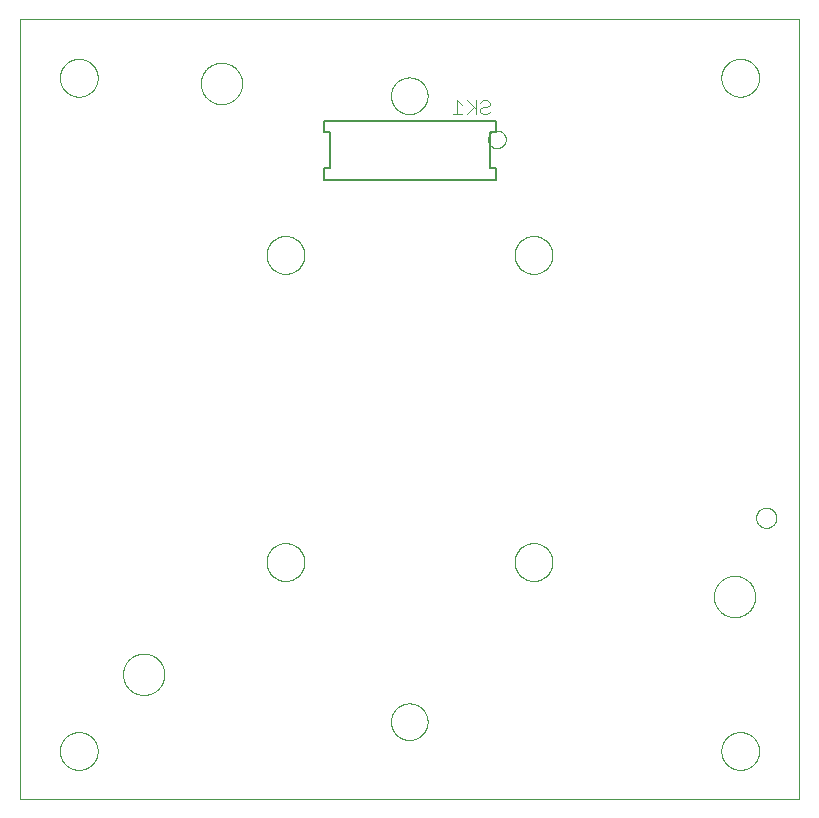
<source format=gbo>
G75*
%MOIN*%
%OFA0B0*%
%FSLAX25Y25*%
%IPPOS*%
%LPD*%
%AMOC8*
5,1,8,0,0,1.08239X$1,22.5*
%
%ADD10C,0.00000*%
%ADD11C,0.00500*%
%ADD12C,0.00400*%
D10*
X0001000Y0001000D02*
X0001000Y0260724D01*
X0260921Y0260882D01*
X0260921Y0001000D01*
X0001000Y0001000D01*
X0014465Y0016827D02*
X0014467Y0016985D01*
X0014473Y0017143D01*
X0014483Y0017301D01*
X0014497Y0017459D01*
X0014515Y0017616D01*
X0014536Y0017773D01*
X0014562Y0017929D01*
X0014592Y0018085D01*
X0014625Y0018240D01*
X0014663Y0018393D01*
X0014704Y0018546D01*
X0014749Y0018698D01*
X0014798Y0018849D01*
X0014851Y0018998D01*
X0014907Y0019146D01*
X0014967Y0019292D01*
X0015031Y0019437D01*
X0015099Y0019580D01*
X0015170Y0019722D01*
X0015244Y0019862D01*
X0015322Y0019999D01*
X0015404Y0020135D01*
X0015488Y0020269D01*
X0015577Y0020400D01*
X0015668Y0020529D01*
X0015763Y0020656D01*
X0015860Y0020781D01*
X0015961Y0020903D01*
X0016065Y0021022D01*
X0016172Y0021139D01*
X0016282Y0021253D01*
X0016395Y0021364D01*
X0016510Y0021473D01*
X0016628Y0021578D01*
X0016749Y0021680D01*
X0016872Y0021780D01*
X0016998Y0021876D01*
X0017126Y0021969D01*
X0017256Y0022059D01*
X0017389Y0022145D01*
X0017524Y0022229D01*
X0017660Y0022308D01*
X0017799Y0022385D01*
X0017940Y0022457D01*
X0018082Y0022527D01*
X0018226Y0022592D01*
X0018372Y0022654D01*
X0018519Y0022712D01*
X0018668Y0022767D01*
X0018818Y0022818D01*
X0018969Y0022865D01*
X0019121Y0022908D01*
X0019274Y0022947D01*
X0019429Y0022983D01*
X0019584Y0023014D01*
X0019740Y0023042D01*
X0019896Y0023066D01*
X0020053Y0023086D01*
X0020211Y0023102D01*
X0020368Y0023114D01*
X0020527Y0023122D01*
X0020685Y0023126D01*
X0020843Y0023126D01*
X0021001Y0023122D01*
X0021160Y0023114D01*
X0021317Y0023102D01*
X0021475Y0023086D01*
X0021632Y0023066D01*
X0021788Y0023042D01*
X0021944Y0023014D01*
X0022099Y0022983D01*
X0022254Y0022947D01*
X0022407Y0022908D01*
X0022559Y0022865D01*
X0022710Y0022818D01*
X0022860Y0022767D01*
X0023009Y0022712D01*
X0023156Y0022654D01*
X0023302Y0022592D01*
X0023446Y0022527D01*
X0023588Y0022457D01*
X0023729Y0022385D01*
X0023868Y0022308D01*
X0024004Y0022229D01*
X0024139Y0022145D01*
X0024272Y0022059D01*
X0024402Y0021969D01*
X0024530Y0021876D01*
X0024656Y0021780D01*
X0024779Y0021680D01*
X0024900Y0021578D01*
X0025018Y0021473D01*
X0025133Y0021364D01*
X0025246Y0021253D01*
X0025356Y0021139D01*
X0025463Y0021022D01*
X0025567Y0020903D01*
X0025668Y0020781D01*
X0025765Y0020656D01*
X0025860Y0020529D01*
X0025951Y0020400D01*
X0026040Y0020269D01*
X0026124Y0020135D01*
X0026206Y0019999D01*
X0026284Y0019862D01*
X0026358Y0019722D01*
X0026429Y0019580D01*
X0026497Y0019437D01*
X0026561Y0019292D01*
X0026621Y0019146D01*
X0026677Y0018998D01*
X0026730Y0018849D01*
X0026779Y0018698D01*
X0026824Y0018546D01*
X0026865Y0018393D01*
X0026903Y0018240D01*
X0026936Y0018085D01*
X0026966Y0017929D01*
X0026992Y0017773D01*
X0027013Y0017616D01*
X0027031Y0017459D01*
X0027045Y0017301D01*
X0027055Y0017143D01*
X0027061Y0016985D01*
X0027063Y0016827D01*
X0027061Y0016669D01*
X0027055Y0016511D01*
X0027045Y0016353D01*
X0027031Y0016195D01*
X0027013Y0016038D01*
X0026992Y0015881D01*
X0026966Y0015725D01*
X0026936Y0015569D01*
X0026903Y0015414D01*
X0026865Y0015261D01*
X0026824Y0015108D01*
X0026779Y0014956D01*
X0026730Y0014805D01*
X0026677Y0014656D01*
X0026621Y0014508D01*
X0026561Y0014362D01*
X0026497Y0014217D01*
X0026429Y0014074D01*
X0026358Y0013932D01*
X0026284Y0013792D01*
X0026206Y0013655D01*
X0026124Y0013519D01*
X0026040Y0013385D01*
X0025951Y0013254D01*
X0025860Y0013125D01*
X0025765Y0012998D01*
X0025668Y0012873D01*
X0025567Y0012751D01*
X0025463Y0012632D01*
X0025356Y0012515D01*
X0025246Y0012401D01*
X0025133Y0012290D01*
X0025018Y0012181D01*
X0024900Y0012076D01*
X0024779Y0011974D01*
X0024656Y0011874D01*
X0024530Y0011778D01*
X0024402Y0011685D01*
X0024272Y0011595D01*
X0024139Y0011509D01*
X0024004Y0011425D01*
X0023868Y0011346D01*
X0023729Y0011269D01*
X0023588Y0011197D01*
X0023446Y0011127D01*
X0023302Y0011062D01*
X0023156Y0011000D01*
X0023009Y0010942D01*
X0022860Y0010887D01*
X0022710Y0010836D01*
X0022559Y0010789D01*
X0022407Y0010746D01*
X0022254Y0010707D01*
X0022099Y0010671D01*
X0021944Y0010640D01*
X0021788Y0010612D01*
X0021632Y0010588D01*
X0021475Y0010568D01*
X0021317Y0010552D01*
X0021160Y0010540D01*
X0021001Y0010532D01*
X0020843Y0010528D01*
X0020685Y0010528D01*
X0020527Y0010532D01*
X0020368Y0010540D01*
X0020211Y0010552D01*
X0020053Y0010568D01*
X0019896Y0010588D01*
X0019740Y0010612D01*
X0019584Y0010640D01*
X0019429Y0010671D01*
X0019274Y0010707D01*
X0019121Y0010746D01*
X0018969Y0010789D01*
X0018818Y0010836D01*
X0018668Y0010887D01*
X0018519Y0010942D01*
X0018372Y0011000D01*
X0018226Y0011062D01*
X0018082Y0011127D01*
X0017940Y0011197D01*
X0017799Y0011269D01*
X0017660Y0011346D01*
X0017524Y0011425D01*
X0017389Y0011509D01*
X0017256Y0011595D01*
X0017126Y0011685D01*
X0016998Y0011778D01*
X0016872Y0011874D01*
X0016749Y0011974D01*
X0016628Y0012076D01*
X0016510Y0012181D01*
X0016395Y0012290D01*
X0016282Y0012401D01*
X0016172Y0012515D01*
X0016065Y0012632D01*
X0015961Y0012751D01*
X0015860Y0012873D01*
X0015763Y0012998D01*
X0015668Y0013125D01*
X0015577Y0013254D01*
X0015488Y0013385D01*
X0015404Y0013519D01*
X0015322Y0013655D01*
X0015244Y0013792D01*
X0015170Y0013932D01*
X0015099Y0014074D01*
X0015031Y0014217D01*
X0014967Y0014362D01*
X0014907Y0014508D01*
X0014851Y0014656D01*
X0014798Y0014805D01*
X0014749Y0014956D01*
X0014704Y0015108D01*
X0014663Y0015261D01*
X0014625Y0015414D01*
X0014592Y0015569D01*
X0014562Y0015725D01*
X0014536Y0015881D01*
X0014515Y0016038D01*
X0014497Y0016195D01*
X0014483Y0016353D01*
X0014473Y0016511D01*
X0014467Y0016669D01*
X0014465Y0016827D01*
X0035504Y0042395D02*
X0035506Y0042564D01*
X0035512Y0042733D01*
X0035523Y0042902D01*
X0035537Y0043070D01*
X0035556Y0043238D01*
X0035579Y0043406D01*
X0035605Y0043573D01*
X0035636Y0043739D01*
X0035671Y0043905D01*
X0035710Y0044069D01*
X0035754Y0044233D01*
X0035801Y0044395D01*
X0035852Y0044556D01*
X0035907Y0044716D01*
X0035966Y0044875D01*
X0036028Y0045032D01*
X0036095Y0045187D01*
X0036166Y0045341D01*
X0036240Y0045493D01*
X0036318Y0045643D01*
X0036399Y0045791D01*
X0036484Y0045937D01*
X0036573Y0046081D01*
X0036665Y0046223D01*
X0036761Y0046362D01*
X0036860Y0046499D01*
X0036962Y0046634D01*
X0037068Y0046766D01*
X0037177Y0046895D01*
X0037289Y0047022D01*
X0037404Y0047146D01*
X0037522Y0047267D01*
X0037643Y0047385D01*
X0037767Y0047500D01*
X0037894Y0047612D01*
X0038023Y0047721D01*
X0038155Y0047827D01*
X0038290Y0047929D01*
X0038427Y0048028D01*
X0038566Y0048124D01*
X0038708Y0048216D01*
X0038852Y0048305D01*
X0038998Y0048390D01*
X0039146Y0048471D01*
X0039296Y0048549D01*
X0039448Y0048623D01*
X0039602Y0048694D01*
X0039757Y0048761D01*
X0039914Y0048823D01*
X0040073Y0048882D01*
X0040233Y0048937D01*
X0040394Y0048988D01*
X0040556Y0049035D01*
X0040720Y0049079D01*
X0040884Y0049118D01*
X0041050Y0049153D01*
X0041216Y0049184D01*
X0041383Y0049210D01*
X0041551Y0049233D01*
X0041719Y0049252D01*
X0041887Y0049266D01*
X0042056Y0049277D01*
X0042225Y0049283D01*
X0042394Y0049285D01*
X0042563Y0049283D01*
X0042732Y0049277D01*
X0042901Y0049266D01*
X0043069Y0049252D01*
X0043237Y0049233D01*
X0043405Y0049210D01*
X0043572Y0049184D01*
X0043738Y0049153D01*
X0043904Y0049118D01*
X0044068Y0049079D01*
X0044232Y0049035D01*
X0044394Y0048988D01*
X0044555Y0048937D01*
X0044715Y0048882D01*
X0044874Y0048823D01*
X0045031Y0048761D01*
X0045186Y0048694D01*
X0045340Y0048623D01*
X0045492Y0048549D01*
X0045642Y0048471D01*
X0045790Y0048390D01*
X0045936Y0048305D01*
X0046080Y0048216D01*
X0046222Y0048124D01*
X0046361Y0048028D01*
X0046498Y0047929D01*
X0046633Y0047827D01*
X0046765Y0047721D01*
X0046894Y0047612D01*
X0047021Y0047500D01*
X0047145Y0047385D01*
X0047266Y0047267D01*
X0047384Y0047146D01*
X0047499Y0047022D01*
X0047611Y0046895D01*
X0047720Y0046766D01*
X0047826Y0046634D01*
X0047928Y0046499D01*
X0048027Y0046362D01*
X0048123Y0046223D01*
X0048215Y0046081D01*
X0048304Y0045937D01*
X0048389Y0045791D01*
X0048470Y0045643D01*
X0048548Y0045493D01*
X0048622Y0045341D01*
X0048693Y0045187D01*
X0048760Y0045032D01*
X0048822Y0044875D01*
X0048881Y0044716D01*
X0048936Y0044556D01*
X0048987Y0044395D01*
X0049034Y0044233D01*
X0049078Y0044069D01*
X0049117Y0043905D01*
X0049152Y0043739D01*
X0049183Y0043573D01*
X0049209Y0043406D01*
X0049232Y0043238D01*
X0049251Y0043070D01*
X0049265Y0042902D01*
X0049276Y0042733D01*
X0049282Y0042564D01*
X0049284Y0042395D01*
X0049282Y0042226D01*
X0049276Y0042057D01*
X0049265Y0041888D01*
X0049251Y0041720D01*
X0049232Y0041552D01*
X0049209Y0041384D01*
X0049183Y0041217D01*
X0049152Y0041051D01*
X0049117Y0040885D01*
X0049078Y0040721D01*
X0049034Y0040557D01*
X0048987Y0040395D01*
X0048936Y0040234D01*
X0048881Y0040074D01*
X0048822Y0039915D01*
X0048760Y0039758D01*
X0048693Y0039603D01*
X0048622Y0039449D01*
X0048548Y0039297D01*
X0048470Y0039147D01*
X0048389Y0038999D01*
X0048304Y0038853D01*
X0048215Y0038709D01*
X0048123Y0038567D01*
X0048027Y0038428D01*
X0047928Y0038291D01*
X0047826Y0038156D01*
X0047720Y0038024D01*
X0047611Y0037895D01*
X0047499Y0037768D01*
X0047384Y0037644D01*
X0047266Y0037523D01*
X0047145Y0037405D01*
X0047021Y0037290D01*
X0046894Y0037178D01*
X0046765Y0037069D01*
X0046633Y0036963D01*
X0046498Y0036861D01*
X0046361Y0036762D01*
X0046222Y0036666D01*
X0046080Y0036574D01*
X0045936Y0036485D01*
X0045790Y0036400D01*
X0045642Y0036319D01*
X0045492Y0036241D01*
X0045340Y0036167D01*
X0045186Y0036096D01*
X0045031Y0036029D01*
X0044874Y0035967D01*
X0044715Y0035908D01*
X0044555Y0035853D01*
X0044394Y0035802D01*
X0044232Y0035755D01*
X0044068Y0035711D01*
X0043904Y0035672D01*
X0043738Y0035637D01*
X0043572Y0035606D01*
X0043405Y0035580D01*
X0043237Y0035557D01*
X0043069Y0035538D01*
X0042901Y0035524D01*
X0042732Y0035513D01*
X0042563Y0035507D01*
X0042394Y0035505D01*
X0042225Y0035507D01*
X0042056Y0035513D01*
X0041887Y0035524D01*
X0041719Y0035538D01*
X0041551Y0035557D01*
X0041383Y0035580D01*
X0041216Y0035606D01*
X0041050Y0035637D01*
X0040884Y0035672D01*
X0040720Y0035711D01*
X0040556Y0035755D01*
X0040394Y0035802D01*
X0040233Y0035853D01*
X0040073Y0035908D01*
X0039914Y0035967D01*
X0039757Y0036029D01*
X0039602Y0036096D01*
X0039448Y0036167D01*
X0039296Y0036241D01*
X0039146Y0036319D01*
X0038998Y0036400D01*
X0038852Y0036485D01*
X0038708Y0036574D01*
X0038566Y0036666D01*
X0038427Y0036762D01*
X0038290Y0036861D01*
X0038155Y0036963D01*
X0038023Y0037069D01*
X0037894Y0037178D01*
X0037767Y0037290D01*
X0037643Y0037405D01*
X0037522Y0037523D01*
X0037404Y0037644D01*
X0037289Y0037768D01*
X0037177Y0037895D01*
X0037068Y0038024D01*
X0036962Y0038156D01*
X0036860Y0038291D01*
X0036761Y0038428D01*
X0036665Y0038567D01*
X0036573Y0038709D01*
X0036484Y0038853D01*
X0036399Y0038999D01*
X0036318Y0039147D01*
X0036240Y0039297D01*
X0036166Y0039449D01*
X0036095Y0039603D01*
X0036028Y0039758D01*
X0035966Y0039915D01*
X0035907Y0040074D01*
X0035852Y0040234D01*
X0035801Y0040395D01*
X0035754Y0040557D01*
X0035710Y0040721D01*
X0035671Y0040885D01*
X0035636Y0041051D01*
X0035605Y0041217D01*
X0035579Y0041384D01*
X0035556Y0041552D01*
X0035537Y0041720D01*
X0035523Y0041888D01*
X0035512Y0042057D01*
X0035506Y0042226D01*
X0035504Y0042395D01*
X0083362Y0079819D02*
X0083364Y0079977D01*
X0083370Y0080135D01*
X0083380Y0080293D01*
X0083394Y0080451D01*
X0083412Y0080608D01*
X0083433Y0080765D01*
X0083459Y0080921D01*
X0083489Y0081077D01*
X0083522Y0081232D01*
X0083560Y0081385D01*
X0083601Y0081538D01*
X0083646Y0081690D01*
X0083695Y0081841D01*
X0083748Y0081990D01*
X0083804Y0082138D01*
X0083864Y0082284D01*
X0083928Y0082429D01*
X0083996Y0082572D01*
X0084067Y0082714D01*
X0084141Y0082854D01*
X0084219Y0082991D01*
X0084301Y0083127D01*
X0084385Y0083261D01*
X0084474Y0083392D01*
X0084565Y0083521D01*
X0084660Y0083648D01*
X0084757Y0083773D01*
X0084858Y0083895D01*
X0084962Y0084014D01*
X0085069Y0084131D01*
X0085179Y0084245D01*
X0085292Y0084356D01*
X0085407Y0084465D01*
X0085525Y0084570D01*
X0085646Y0084672D01*
X0085769Y0084772D01*
X0085895Y0084868D01*
X0086023Y0084961D01*
X0086153Y0085051D01*
X0086286Y0085137D01*
X0086421Y0085221D01*
X0086557Y0085300D01*
X0086696Y0085377D01*
X0086837Y0085449D01*
X0086979Y0085519D01*
X0087123Y0085584D01*
X0087269Y0085646D01*
X0087416Y0085704D01*
X0087565Y0085759D01*
X0087715Y0085810D01*
X0087866Y0085857D01*
X0088018Y0085900D01*
X0088171Y0085939D01*
X0088326Y0085975D01*
X0088481Y0086006D01*
X0088637Y0086034D01*
X0088793Y0086058D01*
X0088950Y0086078D01*
X0089108Y0086094D01*
X0089265Y0086106D01*
X0089424Y0086114D01*
X0089582Y0086118D01*
X0089740Y0086118D01*
X0089898Y0086114D01*
X0090057Y0086106D01*
X0090214Y0086094D01*
X0090372Y0086078D01*
X0090529Y0086058D01*
X0090685Y0086034D01*
X0090841Y0086006D01*
X0090996Y0085975D01*
X0091151Y0085939D01*
X0091304Y0085900D01*
X0091456Y0085857D01*
X0091607Y0085810D01*
X0091757Y0085759D01*
X0091906Y0085704D01*
X0092053Y0085646D01*
X0092199Y0085584D01*
X0092343Y0085519D01*
X0092485Y0085449D01*
X0092626Y0085377D01*
X0092765Y0085300D01*
X0092901Y0085221D01*
X0093036Y0085137D01*
X0093169Y0085051D01*
X0093299Y0084961D01*
X0093427Y0084868D01*
X0093553Y0084772D01*
X0093676Y0084672D01*
X0093797Y0084570D01*
X0093915Y0084465D01*
X0094030Y0084356D01*
X0094143Y0084245D01*
X0094253Y0084131D01*
X0094360Y0084014D01*
X0094464Y0083895D01*
X0094565Y0083773D01*
X0094662Y0083648D01*
X0094757Y0083521D01*
X0094848Y0083392D01*
X0094937Y0083261D01*
X0095021Y0083127D01*
X0095103Y0082991D01*
X0095181Y0082854D01*
X0095255Y0082714D01*
X0095326Y0082572D01*
X0095394Y0082429D01*
X0095458Y0082284D01*
X0095518Y0082138D01*
X0095574Y0081990D01*
X0095627Y0081841D01*
X0095676Y0081690D01*
X0095721Y0081538D01*
X0095762Y0081385D01*
X0095800Y0081232D01*
X0095833Y0081077D01*
X0095863Y0080921D01*
X0095889Y0080765D01*
X0095910Y0080608D01*
X0095928Y0080451D01*
X0095942Y0080293D01*
X0095952Y0080135D01*
X0095958Y0079977D01*
X0095960Y0079819D01*
X0095958Y0079661D01*
X0095952Y0079503D01*
X0095942Y0079345D01*
X0095928Y0079187D01*
X0095910Y0079030D01*
X0095889Y0078873D01*
X0095863Y0078717D01*
X0095833Y0078561D01*
X0095800Y0078406D01*
X0095762Y0078253D01*
X0095721Y0078100D01*
X0095676Y0077948D01*
X0095627Y0077797D01*
X0095574Y0077648D01*
X0095518Y0077500D01*
X0095458Y0077354D01*
X0095394Y0077209D01*
X0095326Y0077066D01*
X0095255Y0076924D01*
X0095181Y0076784D01*
X0095103Y0076647D01*
X0095021Y0076511D01*
X0094937Y0076377D01*
X0094848Y0076246D01*
X0094757Y0076117D01*
X0094662Y0075990D01*
X0094565Y0075865D01*
X0094464Y0075743D01*
X0094360Y0075624D01*
X0094253Y0075507D01*
X0094143Y0075393D01*
X0094030Y0075282D01*
X0093915Y0075173D01*
X0093797Y0075068D01*
X0093676Y0074966D01*
X0093553Y0074866D01*
X0093427Y0074770D01*
X0093299Y0074677D01*
X0093169Y0074587D01*
X0093036Y0074501D01*
X0092901Y0074417D01*
X0092765Y0074338D01*
X0092626Y0074261D01*
X0092485Y0074189D01*
X0092343Y0074119D01*
X0092199Y0074054D01*
X0092053Y0073992D01*
X0091906Y0073934D01*
X0091757Y0073879D01*
X0091607Y0073828D01*
X0091456Y0073781D01*
X0091304Y0073738D01*
X0091151Y0073699D01*
X0090996Y0073663D01*
X0090841Y0073632D01*
X0090685Y0073604D01*
X0090529Y0073580D01*
X0090372Y0073560D01*
X0090214Y0073544D01*
X0090057Y0073532D01*
X0089898Y0073524D01*
X0089740Y0073520D01*
X0089582Y0073520D01*
X0089424Y0073524D01*
X0089265Y0073532D01*
X0089108Y0073544D01*
X0088950Y0073560D01*
X0088793Y0073580D01*
X0088637Y0073604D01*
X0088481Y0073632D01*
X0088326Y0073663D01*
X0088171Y0073699D01*
X0088018Y0073738D01*
X0087866Y0073781D01*
X0087715Y0073828D01*
X0087565Y0073879D01*
X0087416Y0073934D01*
X0087269Y0073992D01*
X0087123Y0074054D01*
X0086979Y0074119D01*
X0086837Y0074189D01*
X0086696Y0074261D01*
X0086557Y0074338D01*
X0086421Y0074417D01*
X0086286Y0074501D01*
X0086153Y0074587D01*
X0086023Y0074677D01*
X0085895Y0074770D01*
X0085769Y0074866D01*
X0085646Y0074966D01*
X0085525Y0075068D01*
X0085407Y0075173D01*
X0085292Y0075282D01*
X0085179Y0075393D01*
X0085069Y0075507D01*
X0084962Y0075624D01*
X0084858Y0075743D01*
X0084757Y0075865D01*
X0084660Y0075990D01*
X0084565Y0076117D01*
X0084474Y0076246D01*
X0084385Y0076377D01*
X0084301Y0076511D01*
X0084219Y0076647D01*
X0084141Y0076784D01*
X0084067Y0076924D01*
X0083996Y0077066D01*
X0083928Y0077209D01*
X0083864Y0077354D01*
X0083804Y0077500D01*
X0083748Y0077648D01*
X0083695Y0077797D01*
X0083646Y0077948D01*
X0083601Y0078100D01*
X0083560Y0078253D01*
X0083522Y0078406D01*
X0083489Y0078561D01*
X0083459Y0078717D01*
X0083433Y0078873D01*
X0083412Y0079030D01*
X0083394Y0079187D01*
X0083380Y0079345D01*
X0083370Y0079503D01*
X0083364Y0079661D01*
X0083362Y0079819D01*
X0124820Y0026591D02*
X0124822Y0026747D01*
X0124828Y0026903D01*
X0124838Y0027058D01*
X0124852Y0027213D01*
X0124870Y0027368D01*
X0124892Y0027522D01*
X0124917Y0027676D01*
X0124947Y0027829D01*
X0124981Y0027981D01*
X0125018Y0028133D01*
X0125059Y0028283D01*
X0125104Y0028432D01*
X0125153Y0028580D01*
X0125206Y0028727D01*
X0125262Y0028872D01*
X0125322Y0029016D01*
X0125386Y0029158D01*
X0125454Y0029299D01*
X0125525Y0029437D01*
X0125599Y0029574D01*
X0125677Y0029709D01*
X0125758Y0029842D01*
X0125843Y0029973D01*
X0125931Y0030102D01*
X0126022Y0030228D01*
X0126117Y0030352D01*
X0126214Y0030473D01*
X0126315Y0030592D01*
X0126419Y0030709D01*
X0126525Y0030822D01*
X0126635Y0030933D01*
X0126747Y0031041D01*
X0126862Y0031146D01*
X0126980Y0031249D01*
X0127100Y0031348D01*
X0127223Y0031444D01*
X0127348Y0031537D01*
X0127475Y0031626D01*
X0127605Y0031713D01*
X0127737Y0031796D01*
X0127871Y0031875D01*
X0128007Y0031952D01*
X0128145Y0032024D01*
X0128284Y0032094D01*
X0128426Y0032159D01*
X0128569Y0032221D01*
X0128713Y0032279D01*
X0128859Y0032334D01*
X0129007Y0032385D01*
X0129155Y0032432D01*
X0129305Y0032475D01*
X0129456Y0032514D01*
X0129608Y0032550D01*
X0129760Y0032581D01*
X0129914Y0032609D01*
X0130068Y0032633D01*
X0130222Y0032653D01*
X0130377Y0032669D01*
X0130533Y0032681D01*
X0130688Y0032689D01*
X0130844Y0032693D01*
X0131000Y0032693D01*
X0131156Y0032689D01*
X0131311Y0032681D01*
X0131467Y0032669D01*
X0131622Y0032653D01*
X0131776Y0032633D01*
X0131930Y0032609D01*
X0132084Y0032581D01*
X0132236Y0032550D01*
X0132388Y0032514D01*
X0132539Y0032475D01*
X0132689Y0032432D01*
X0132837Y0032385D01*
X0132985Y0032334D01*
X0133131Y0032279D01*
X0133275Y0032221D01*
X0133418Y0032159D01*
X0133560Y0032094D01*
X0133699Y0032024D01*
X0133837Y0031952D01*
X0133973Y0031875D01*
X0134107Y0031796D01*
X0134239Y0031713D01*
X0134369Y0031626D01*
X0134496Y0031537D01*
X0134621Y0031444D01*
X0134744Y0031348D01*
X0134864Y0031249D01*
X0134982Y0031146D01*
X0135097Y0031041D01*
X0135209Y0030933D01*
X0135319Y0030822D01*
X0135425Y0030709D01*
X0135529Y0030592D01*
X0135630Y0030473D01*
X0135727Y0030352D01*
X0135822Y0030228D01*
X0135913Y0030102D01*
X0136001Y0029973D01*
X0136086Y0029842D01*
X0136167Y0029709D01*
X0136245Y0029574D01*
X0136319Y0029437D01*
X0136390Y0029299D01*
X0136458Y0029158D01*
X0136522Y0029016D01*
X0136582Y0028872D01*
X0136638Y0028727D01*
X0136691Y0028580D01*
X0136740Y0028432D01*
X0136785Y0028283D01*
X0136826Y0028133D01*
X0136863Y0027981D01*
X0136897Y0027829D01*
X0136927Y0027676D01*
X0136952Y0027522D01*
X0136974Y0027368D01*
X0136992Y0027213D01*
X0137006Y0027058D01*
X0137016Y0026903D01*
X0137022Y0026747D01*
X0137024Y0026591D01*
X0137022Y0026435D01*
X0137016Y0026279D01*
X0137006Y0026124D01*
X0136992Y0025969D01*
X0136974Y0025814D01*
X0136952Y0025660D01*
X0136927Y0025506D01*
X0136897Y0025353D01*
X0136863Y0025201D01*
X0136826Y0025049D01*
X0136785Y0024899D01*
X0136740Y0024750D01*
X0136691Y0024602D01*
X0136638Y0024455D01*
X0136582Y0024310D01*
X0136522Y0024166D01*
X0136458Y0024024D01*
X0136390Y0023883D01*
X0136319Y0023745D01*
X0136245Y0023608D01*
X0136167Y0023473D01*
X0136086Y0023340D01*
X0136001Y0023209D01*
X0135913Y0023080D01*
X0135822Y0022954D01*
X0135727Y0022830D01*
X0135630Y0022709D01*
X0135529Y0022590D01*
X0135425Y0022473D01*
X0135319Y0022360D01*
X0135209Y0022249D01*
X0135097Y0022141D01*
X0134982Y0022036D01*
X0134864Y0021933D01*
X0134744Y0021834D01*
X0134621Y0021738D01*
X0134496Y0021645D01*
X0134369Y0021556D01*
X0134239Y0021469D01*
X0134107Y0021386D01*
X0133973Y0021307D01*
X0133837Y0021230D01*
X0133699Y0021158D01*
X0133560Y0021088D01*
X0133418Y0021023D01*
X0133275Y0020961D01*
X0133131Y0020903D01*
X0132985Y0020848D01*
X0132837Y0020797D01*
X0132689Y0020750D01*
X0132539Y0020707D01*
X0132388Y0020668D01*
X0132236Y0020632D01*
X0132084Y0020601D01*
X0131930Y0020573D01*
X0131776Y0020549D01*
X0131622Y0020529D01*
X0131467Y0020513D01*
X0131311Y0020501D01*
X0131156Y0020493D01*
X0131000Y0020489D01*
X0130844Y0020489D01*
X0130688Y0020493D01*
X0130533Y0020501D01*
X0130377Y0020513D01*
X0130222Y0020529D01*
X0130068Y0020549D01*
X0129914Y0020573D01*
X0129760Y0020601D01*
X0129608Y0020632D01*
X0129456Y0020668D01*
X0129305Y0020707D01*
X0129155Y0020750D01*
X0129007Y0020797D01*
X0128859Y0020848D01*
X0128713Y0020903D01*
X0128569Y0020961D01*
X0128426Y0021023D01*
X0128284Y0021088D01*
X0128145Y0021158D01*
X0128007Y0021230D01*
X0127871Y0021307D01*
X0127737Y0021386D01*
X0127605Y0021469D01*
X0127475Y0021556D01*
X0127348Y0021645D01*
X0127223Y0021738D01*
X0127100Y0021834D01*
X0126980Y0021933D01*
X0126862Y0022036D01*
X0126747Y0022141D01*
X0126635Y0022249D01*
X0126525Y0022360D01*
X0126419Y0022473D01*
X0126315Y0022590D01*
X0126214Y0022709D01*
X0126117Y0022830D01*
X0126022Y0022954D01*
X0125931Y0023080D01*
X0125843Y0023209D01*
X0125758Y0023340D01*
X0125677Y0023473D01*
X0125599Y0023608D01*
X0125525Y0023745D01*
X0125454Y0023883D01*
X0125386Y0024024D01*
X0125322Y0024166D01*
X0125262Y0024310D01*
X0125206Y0024455D01*
X0125153Y0024602D01*
X0125104Y0024750D01*
X0125059Y0024899D01*
X0125018Y0025049D01*
X0124981Y0025201D01*
X0124947Y0025353D01*
X0124917Y0025506D01*
X0124892Y0025660D01*
X0124870Y0025814D01*
X0124852Y0025969D01*
X0124838Y0026124D01*
X0124828Y0026279D01*
X0124822Y0026435D01*
X0124820Y0026591D01*
X0166040Y0079819D02*
X0166042Y0079977D01*
X0166048Y0080135D01*
X0166058Y0080293D01*
X0166072Y0080451D01*
X0166090Y0080608D01*
X0166111Y0080765D01*
X0166137Y0080921D01*
X0166167Y0081077D01*
X0166200Y0081232D01*
X0166238Y0081385D01*
X0166279Y0081538D01*
X0166324Y0081690D01*
X0166373Y0081841D01*
X0166426Y0081990D01*
X0166482Y0082138D01*
X0166542Y0082284D01*
X0166606Y0082429D01*
X0166674Y0082572D01*
X0166745Y0082714D01*
X0166819Y0082854D01*
X0166897Y0082991D01*
X0166979Y0083127D01*
X0167063Y0083261D01*
X0167152Y0083392D01*
X0167243Y0083521D01*
X0167338Y0083648D01*
X0167435Y0083773D01*
X0167536Y0083895D01*
X0167640Y0084014D01*
X0167747Y0084131D01*
X0167857Y0084245D01*
X0167970Y0084356D01*
X0168085Y0084465D01*
X0168203Y0084570D01*
X0168324Y0084672D01*
X0168447Y0084772D01*
X0168573Y0084868D01*
X0168701Y0084961D01*
X0168831Y0085051D01*
X0168964Y0085137D01*
X0169099Y0085221D01*
X0169235Y0085300D01*
X0169374Y0085377D01*
X0169515Y0085449D01*
X0169657Y0085519D01*
X0169801Y0085584D01*
X0169947Y0085646D01*
X0170094Y0085704D01*
X0170243Y0085759D01*
X0170393Y0085810D01*
X0170544Y0085857D01*
X0170696Y0085900D01*
X0170849Y0085939D01*
X0171004Y0085975D01*
X0171159Y0086006D01*
X0171315Y0086034D01*
X0171471Y0086058D01*
X0171628Y0086078D01*
X0171786Y0086094D01*
X0171943Y0086106D01*
X0172102Y0086114D01*
X0172260Y0086118D01*
X0172418Y0086118D01*
X0172576Y0086114D01*
X0172735Y0086106D01*
X0172892Y0086094D01*
X0173050Y0086078D01*
X0173207Y0086058D01*
X0173363Y0086034D01*
X0173519Y0086006D01*
X0173674Y0085975D01*
X0173829Y0085939D01*
X0173982Y0085900D01*
X0174134Y0085857D01*
X0174285Y0085810D01*
X0174435Y0085759D01*
X0174584Y0085704D01*
X0174731Y0085646D01*
X0174877Y0085584D01*
X0175021Y0085519D01*
X0175163Y0085449D01*
X0175304Y0085377D01*
X0175443Y0085300D01*
X0175579Y0085221D01*
X0175714Y0085137D01*
X0175847Y0085051D01*
X0175977Y0084961D01*
X0176105Y0084868D01*
X0176231Y0084772D01*
X0176354Y0084672D01*
X0176475Y0084570D01*
X0176593Y0084465D01*
X0176708Y0084356D01*
X0176821Y0084245D01*
X0176931Y0084131D01*
X0177038Y0084014D01*
X0177142Y0083895D01*
X0177243Y0083773D01*
X0177340Y0083648D01*
X0177435Y0083521D01*
X0177526Y0083392D01*
X0177615Y0083261D01*
X0177699Y0083127D01*
X0177781Y0082991D01*
X0177859Y0082854D01*
X0177933Y0082714D01*
X0178004Y0082572D01*
X0178072Y0082429D01*
X0178136Y0082284D01*
X0178196Y0082138D01*
X0178252Y0081990D01*
X0178305Y0081841D01*
X0178354Y0081690D01*
X0178399Y0081538D01*
X0178440Y0081385D01*
X0178478Y0081232D01*
X0178511Y0081077D01*
X0178541Y0080921D01*
X0178567Y0080765D01*
X0178588Y0080608D01*
X0178606Y0080451D01*
X0178620Y0080293D01*
X0178630Y0080135D01*
X0178636Y0079977D01*
X0178638Y0079819D01*
X0178636Y0079661D01*
X0178630Y0079503D01*
X0178620Y0079345D01*
X0178606Y0079187D01*
X0178588Y0079030D01*
X0178567Y0078873D01*
X0178541Y0078717D01*
X0178511Y0078561D01*
X0178478Y0078406D01*
X0178440Y0078253D01*
X0178399Y0078100D01*
X0178354Y0077948D01*
X0178305Y0077797D01*
X0178252Y0077648D01*
X0178196Y0077500D01*
X0178136Y0077354D01*
X0178072Y0077209D01*
X0178004Y0077066D01*
X0177933Y0076924D01*
X0177859Y0076784D01*
X0177781Y0076647D01*
X0177699Y0076511D01*
X0177615Y0076377D01*
X0177526Y0076246D01*
X0177435Y0076117D01*
X0177340Y0075990D01*
X0177243Y0075865D01*
X0177142Y0075743D01*
X0177038Y0075624D01*
X0176931Y0075507D01*
X0176821Y0075393D01*
X0176708Y0075282D01*
X0176593Y0075173D01*
X0176475Y0075068D01*
X0176354Y0074966D01*
X0176231Y0074866D01*
X0176105Y0074770D01*
X0175977Y0074677D01*
X0175847Y0074587D01*
X0175714Y0074501D01*
X0175579Y0074417D01*
X0175443Y0074338D01*
X0175304Y0074261D01*
X0175163Y0074189D01*
X0175021Y0074119D01*
X0174877Y0074054D01*
X0174731Y0073992D01*
X0174584Y0073934D01*
X0174435Y0073879D01*
X0174285Y0073828D01*
X0174134Y0073781D01*
X0173982Y0073738D01*
X0173829Y0073699D01*
X0173674Y0073663D01*
X0173519Y0073632D01*
X0173363Y0073604D01*
X0173207Y0073580D01*
X0173050Y0073560D01*
X0172892Y0073544D01*
X0172735Y0073532D01*
X0172576Y0073524D01*
X0172418Y0073520D01*
X0172260Y0073520D01*
X0172102Y0073524D01*
X0171943Y0073532D01*
X0171786Y0073544D01*
X0171628Y0073560D01*
X0171471Y0073580D01*
X0171315Y0073604D01*
X0171159Y0073632D01*
X0171004Y0073663D01*
X0170849Y0073699D01*
X0170696Y0073738D01*
X0170544Y0073781D01*
X0170393Y0073828D01*
X0170243Y0073879D01*
X0170094Y0073934D01*
X0169947Y0073992D01*
X0169801Y0074054D01*
X0169657Y0074119D01*
X0169515Y0074189D01*
X0169374Y0074261D01*
X0169235Y0074338D01*
X0169099Y0074417D01*
X0168964Y0074501D01*
X0168831Y0074587D01*
X0168701Y0074677D01*
X0168573Y0074770D01*
X0168447Y0074866D01*
X0168324Y0074966D01*
X0168203Y0075068D01*
X0168085Y0075173D01*
X0167970Y0075282D01*
X0167857Y0075393D01*
X0167747Y0075507D01*
X0167640Y0075624D01*
X0167536Y0075743D01*
X0167435Y0075865D01*
X0167338Y0075990D01*
X0167243Y0076117D01*
X0167152Y0076246D01*
X0167063Y0076377D01*
X0166979Y0076511D01*
X0166897Y0076647D01*
X0166819Y0076784D01*
X0166745Y0076924D01*
X0166674Y0077066D01*
X0166606Y0077209D01*
X0166542Y0077354D01*
X0166482Y0077500D01*
X0166426Y0077648D01*
X0166373Y0077797D01*
X0166324Y0077948D01*
X0166279Y0078100D01*
X0166238Y0078253D01*
X0166200Y0078406D01*
X0166167Y0078561D01*
X0166137Y0078717D01*
X0166111Y0078873D01*
X0166090Y0079030D01*
X0166072Y0079187D01*
X0166058Y0079345D01*
X0166048Y0079503D01*
X0166042Y0079661D01*
X0166040Y0079819D01*
X0232457Y0068324D02*
X0232459Y0068493D01*
X0232465Y0068662D01*
X0232476Y0068831D01*
X0232490Y0068999D01*
X0232509Y0069167D01*
X0232532Y0069335D01*
X0232558Y0069502D01*
X0232589Y0069668D01*
X0232624Y0069834D01*
X0232663Y0069998D01*
X0232707Y0070162D01*
X0232754Y0070324D01*
X0232805Y0070485D01*
X0232860Y0070645D01*
X0232919Y0070804D01*
X0232981Y0070961D01*
X0233048Y0071116D01*
X0233119Y0071270D01*
X0233193Y0071422D01*
X0233271Y0071572D01*
X0233352Y0071720D01*
X0233437Y0071866D01*
X0233526Y0072010D01*
X0233618Y0072152D01*
X0233714Y0072291D01*
X0233813Y0072428D01*
X0233915Y0072563D01*
X0234021Y0072695D01*
X0234130Y0072824D01*
X0234242Y0072951D01*
X0234357Y0073075D01*
X0234475Y0073196D01*
X0234596Y0073314D01*
X0234720Y0073429D01*
X0234847Y0073541D01*
X0234976Y0073650D01*
X0235108Y0073756D01*
X0235243Y0073858D01*
X0235380Y0073957D01*
X0235519Y0074053D01*
X0235661Y0074145D01*
X0235805Y0074234D01*
X0235951Y0074319D01*
X0236099Y0074400D01*
X0236249Y0074478D01*
X0236401Y0074552D01*
X0236555Y0074623D01*
X0236710Y0074690D01*
X0236867Y0074752D01*
X0237026Y0074811D01*
X0237186Y0074866D01*
X0237347Y0074917D01*
X0237509Y0074964D01*
X0237673Y0075008D01*
X0237837Y0075047D01*
X0238003Y0075082D01*
X0238169Y0075113D01*
X0238336Y0075139D01*
X0238504Y0075162D01*
X0238672Y0075181D01*
X0238840Y0075195D01*
X0239009Y0075206D01*
X0239178Y0075212D01*
X0239347Y0075214D01*
X0239516Y0075212D01*
X0239685Y0075206D01*
X0239854Y0075195D01*
X0240022Y0075181D01*
X0240190Y0075162D01*
X0240358Y0075139D01*
X0240525Y0075113D01*
X0240691Y0075082D01*
X0240857Y0075047D01*
X0241021Y0075008D01*
X0241185Y0074964D01*
X0241347Y0074917D01*
X0241508Y0074866D01*
X0241668Y0074811D01*
X0241827Y0074752D01*
X0241984Y0074690D01*
X0242139Y0074623D01*
X0242293Y0074552D01*
X0242445Y0074478D01*
X0242595Y0074400D01*
X0242743Y0074319D01*
X0242889Y0074234D01*
X0243033Y0074145D01*
X0243175Y0074053D01*
X0243314Y0073957D01*
X0243451Y0073858D01*
X0243586Y0073756D01*
X0243718Y0073650D01*
X0243847Y0073541D01*
X0243974Y0073429D01*
X0244098Y0073314D01*
X0244219Y0073196D01*
X0244337Y0073075D01*
X0244452Y0072951D01*
X0244564Y0072824D01*
X0244673Y0072695D01*
X0244779Y0072563D01*
X0244881Y0072428D01*
X0244980Y0072291D01*
X0245076Y0072152D01*
X0245168Y0072010D01*
X0245257Y0071866D01*
X0245342Y0071720D01*
X0245423Y0071572D01*
X0245501Y0071422D01*
X0245575Y0071270D01*
X0245646Y0071116D01*
X0245713Y0070961D01*
X0245775Y0070804D01*
X0245834Y0070645D01*
X0245889Y0070485D01*
X0245940Y0070324D01*
X0245987Y0070162D01*
X0246031Y0069998D01*
X0246070Y0069834D01*
X0246105Y0069668D01*
X0246136Y0069502D01*
X0246162Y0069335D01*
X0246185Y0069167D01*
X0246204Y0068999D01*
X0246218Y0068831D01*
X0246229Y0068662D01*
X0246235Y0068493D01*
X0246237Y0068324D01*
X0246235Y0068155D01*
X0246229Y0067986D01*
X0246218Y0067817D01*
X0246204Y0067649D01*
X0246185Y0067481D01*
X0246162Y0067313D01*
X0246136Y0067146D01*
X0246105Y0066980D01*
X0246070Y0066814D01*
X0246031Y0066650D01*
X0245987Y0066486D01*
X0245940Y0066324D01*
X0245889Y0066163D01*
X0245834Y0066003D01*
X0245775Y0065844D01*
X0245713Y0065687D01*
X0245646Y0065532D01*
X0245575Y0065378D01*
X0245501Y0065226D01*
X0245423Y0065076D01*
X0245342Y0064928D01*
X0245257Y0064782D01*
X0245168Y0064638D01*
X0245076Y0064496D01*
X0244980Y0064357D01*
X0244881Y0064220D01*
X0244779Y0064085D01*
X0244673Y0063953D01*
X0244564Y0063824D01*
X0244452Y0063697D01*
X0244337Y0063573D01*
X0244219Y0063452D01*
X0244098Y0063334D01*
X0243974Y0063219D01*
X0243847Y0063107D01*
X0243718Y0062998D01*
X0243586Y0062892D01*
X0243451Y0062790D01*
X0243314Y0062691D01*
X0243175Y0062595D01*
X0243033Y0062503D01*
X0242889Y0062414D01*
X0242743Y0062329D01*
X0242595Y0062248D01*
X0242445Y0062170D01*
X0242293Y0062096D01*
X0242139Y0062025D01*
X0241984Y0061958D01*
X0241827Y0061896D01*
X0241668Y0061837D01*
X0241508Y0061782D01*
X0241347Y0061731D01*
X0241185Y0061684D01*
X0241021Y0061640D01*
X0240857Y0061601D01*
X0240691Y0061566D01*
X0240525Y0061535D01*
X0240358Y0061509D01*
X0240190Y0061486D01*
X0240022Y0061467D01*
X0239854Y0061453D01*
X0239685Y0061442D01*
X0239516Y0061436D01*
X0239347Y0061434D01*
X0239178Y0061436D01*
X0239009Y0061442D01*
X0238840Y0061453D01*
X0238672Y0061467D01*
X0238504Y0061486D01*
X0238336Y0061509D01*
X0238169Y0061535D01*
X0238003Y0061566D01*
X0237837Y0061601D01*
X0237673Y0061640D01*
X0237509Y0061684D01*
X0237347Y0061731D01*
X0237186Y0061782D01*
X0237026Y0061837D01*
X0236867Y0061896D01*
X0236710Y0061958D01*
X0236555Y0062025D01*
X0236401Y0062096D01*
X0236249Y0062170D01*
X0236099Y0062248D01*
X0235951Y0062329D01*
X0235805Y0062414D01*
X0235661Y0062503D01*
X0235519Y0062595D01*
X0235380Y0062691D01*
X0235243Y0062790D01*
X0235108Y0062892D01*
X0234976Y0062998D01*
X0234847Y0063107D01*
X0234720Y0063219D01*
X0234596Y0063334D01*
X0234475Y0063452D01*
X0234357Y0063573D01*
X0234242Y0063697D01*
X0234130Y0063824D01*
X0234021Y0063953D01*
X0233915Y0064085D01*
X0233813Y0064220D01*
X0233714Y0064357D01*
X0233618Y0064496D01*
X0233526Y0064638D01*
X0233437Y0064782D01*
X0233352Y0064928D01*
X0233271Y0065076D01*
X0233193Y0065226D01*
X0233119Y0065378D01*
X0233048Y0065532D01*
X0232981Y0065687D01*
X0232919Y0065844D01*
X0232860Y0066003D01*
X0232805Y0066163D01*
X0232754Y0066324D01*
X0232707Y0066486D01*
X0232663Y0066650D01*
X0232624Y0066814D01*
X0232589Y0066980D01*
X0232558Y0067146D01*
X0232532Y0067313D01*
X0232509Y0067481D01*
X0232490Y0067649D01*
X0232476Y0067817D01*
X0232465Y0067986D01*
X0232459Y0068155D01*
X0232457Y0068324D01*
X0246548Y0094548D02*
X0246550Y0094663D01*
X0246556Y0094779D01*
X0246566Y0094894D01*
X0246580Y0095009D01*
X0246598Y0095123D01*
X0246620Y0095236D01*
X0246645Y0095349D01*
X0246675Y0095460D01*
X0246708Y0095571D01*
X0246745Y0095680D01*
X0246786Y0095788D01*
X0246831Y0095895D01*
X0246879Y0096000D01*
X0246931Y0096103D01*
X0246987Y0096204D01*
X0247046Y0096304D01*
X0247108Y0096401D01*
X0247174Y0096496D01*
X0247242Y0096589D01*
X0247314Y0096679D01*
X0247389Y0096767D01*
X0247468Y0096852D01*
X0247549Y0096934D01*
X0247632Y0097014D01*
X0247719Y0097090D01*
X0247808Y0097164D01*
X0247899Y0097234D01*
X0247993Y0097302D01*
X0248089Y0097366D01*
X0248188Y0097426D01*
X0248288Y0097483D01*
X0248390Y0097537D01*
X0248494Y0097587D01*
X0248600Y0097634D01*
X0248707Y0097677D01*
X0248816Y0097716D01*
X0248926Y0097751D01*
X0249037Y0097782D01*
X0249149Y0097810D01*
X0249262Y0097834D01*
X0249376Y0097854D01*
X0249491Y0097870D01*
X0249606Y0097882D01*
X0249721Y0097890D01*
X0249836Y0097894D01*
X0249952Y0097894D01*
X0250067Y0097890D01*
X0250182Y0097882D01*
X0250297Y0097870D01*
X0250412Y0097854D01*
X0250526Y0097834D01*
X0250639Y0097810D01*
X0250751Y0097782D01*
X0250862Y0097751D01*
X0250972Y0097716D01*
X0251081Y0097677D01*
X0251188Y0097634D01*
X0251294Y0097587D01*
X0251398Y0097537D01*
X0251500Y0097483D01*
X0251600Y0097426D01*
X0251699Y0097366D01*
X0251795Y0097302D01*
X0251889Y0097234D01*
X0251980Y0097164D01*
X0252069Y0097090D01*
X0252156Y0097014D01*
X0252239Y0096934D01*
X0252320Y0096852D01*
X0252399Y0096767D01*
X0252474Y0096679D01*
X0252546Y0096589D01*
X0252614Y0096496D01*
X0252680Y0096401D01*
X0252742Y0096304D01*
X0252801Y0096204D01*
X0252857Y0096103D01*
X0252909Y0096000D01*
X0252957Y0095895D01*
X0253002Y0095788D01*
X0253043Y0095680D01*
X0253080Y0095571D01*
X0253113Y0095460D01*
X0253143Y0095349D01*
X0253168Y0095236D01*
X0253190Y0095123D01*
X0253208Y0095009D01*
X0253222Y0094894D01*
X0253232Y0094779D01*
X0253238Y0094663D01*
X0253240Y0094548D01*
X0253238Y0094433D01*
X0253232Y0094317D01*
X0253222Y0094202D01*
X0253208Y0094087D01*
X0253190Y0093973D01*
X0253168Y0093860D01*
X0253143Y0093747D01*
X0253113Y0093636D01*
X0253080Y0093525D01*
X0253043Y0093416D01*
X0253002Y0093308D01*
X0252957Y0093201D01*
X0252909Y0093096D01*
X0252857Y0092993D01*
X0252801Y0092892D01*
X0252742Y0092792D01*
X0252680Y0092695D01*
X0252614Y0092600D01*
X0252546Y0092507D01*
X0252474Y0092417D01*
X0252399Y0092329D01*
X0252320Y0092244D01*
X0252239Y0092162D01*
X0252156Y0092082D01*
X0252069Y0092006D01*
X0251980Y0091932D01*
X0251889Y0091862D01*
X0251795Y0091794D01*
X0251699Y0091730D01*
X0251600Y0091670D01*
X0251500Y0091613D01*
X0251398Y0091559D01*
X0251294Y0091509D01*
X0251188Y0091462D01*
X0251081Y0091419D01*
X0250972Y0091380D01*
X0250862Y0091345D01*
X0250751Y0091314D01*
X0250639Y0091286D01*
X0250526Y0091262D01*
X0250412Y0091242D01*
X0250297Y0091226D01*
X0250182Y0091214D01*
X0250067Y0091206D01*
X0249952Y0091202D01*
X0249836Y0091202D01*
X0249721Y0091206D01*
X0249606Y0091214D01*
X0249491Y0091226D01*
X0249376Y0091242D01*
X0249262Y0091262D01*
X0249149Y0091286D01*
X0249037Y0091314D01*
X0248926Y0091345D01*
X0248816Y0091380D01*
X0248707Y0091419D01*
X0248600Y0091462D01*
X0248494Y0091509D01*
X0248390Y0091559D01*
X0248288Y0091613D01*
X0248188Y0091670D01*
X0248089Y0091730D01*
X0247993Y0091794D01*
X0247899Y0091862D01*
X0247808Y0091932D01*
X0247719Y0092006D01*
X0247632Y0092082D01*
X0247549Y0092162D01*
X0247468Y0092244D01*
X0247389Y0092329D01*
X0247314Y0092417D01*
X0247242Y0092507D01*
X0247174Y0092600D01*
X0247108Y0092695D01*
X0247046Y0092792D01*
X0246987Y0092892D01*
X0246931Y0092993D01*
X0246879Y0093096D01*
X0246831Y0093201D01*
X0246786Y0093308D01*
X0246745Y0093416D01*
X0246708Y0093525D01*
X0246675Y0093636D01*
X0246645Y0093747D01*
X0246620Y0093860D01*
X0246598Y0093973D01*
X0246580Y0094087D01*
X0246566Y0094202D01*
X0246556Y0094317D01*
X0246550Y0094433D01*
X0246548Y0094548D01*
X0234937Y0016827D02*
X0234939Y0016985D01*
X0234945Y0017143D01*
X0234955Y0017301D01*
X0234969Y0017459D01*
X0234987Y0017616D01*
X0235008Y0017773D01*
X0235034Y0017929D01*
X0235064Y0018085D01*
X0235097Y0018240D01*
X0235135Y0018393D01*
X0235176Y0018546D01*
X0235221Y0018698D01*
X0235270Y0018849D01*
X0235323Y0018998D01*
X0235379Y0019146D01*
X0235439Y0019292D01*
X0235503Y0019437D01*
X0235571Y0019580D01*
X0235642Y0019722D01*
X0235716Y0019862D01*
X0235794Y0019999D01*
X0235876Y0020135D01*
X0235960Y0020269D01*
X0236049Y0020400D01*
X0236140Y0020529D01*
X0236235Y0020656D01*
X0236332Y0020781D01*
X0236433Y0020903D01*
X0236537Y0021022D01*
X0236644Y0021139D01*
X0236754Y0021253D01*
X0236867Y0021364D01*
X0236982Y0021473D01*
X0237100Y0021578D01*
X0237221Y0021680D01*
X0237344Y0021780D01*
X0237470Y0021876D01*
X0237598Y0021969D01*
X0237728Y0022059D01*
X0237861Y0022145D01*
X0237996Y0022229D01*
X0238132Y0022308D01*
X0238271Y0022385D01*
X0238412Y0022457D01*
X0238554Y0022527D01*
X0238698Y0022592D01*
X0238844Y0022654D01*
X0238991Y0022712D01*
X0239140Y0022767D01*
X0239290Y0022818D01*
X0239441Y0022865D01*
X0239593Y0022908D01*
X0239746Y0022947D01*
X0239901Y0022983D01*
X0240056Y0023014D01*
X0240212Y0023042D01*
X0240368Y0023066D01*
X0240525Y0023086D01*
X0240683Y0023102D01*
X0240840Y0023114D01*
X0240999Y0023122D01*
X0241157Y0023126D01*
X0241315Y0023126D01*
X0241473Y0023122D01*
X0241632Y0023114D01*
X0241789Y0023102D01*
X0241947Y0023086D01*
X0242104Y0023066D01*
X0242260Y0023042D01*
X0242416Y0023014D01*
X0242571Y0022983D01*
X0242726Y0022947D01*
X0242879Y0022908D01*
X0243031Y0022865D01*
X0243182Y0022818D01*
X0243332Y0022767D01*
X0243481Y0022712D01*
X0243628Y0022654D01*
X0243774Y0022592D01*
X0243918Y0022527D01*
X0244060Y0022457D01*
X0244201Y0022385D01*
X0244340Y0022308D01*
X0244476Y0022229D01*
X0244611Y0022145D01*
X0244744Y0022059D01*
X0244874Y0021969D01*
X0245002Y0021876D01*
X0245128Y0021780D01*
X0245251Y0021680D01*
X0245372Y0021578D01*
X0245490Y0021473D01*
X0245605Y0021364D01*
X0245718Y0021253D01*
X0245828Y0021139D01*
X0245935Y0021022D01*
X0246039Y0020903D01*
X0246140Y0020781D01*
X0246237Y0020656D01*
X0246332Y0020529D01*
X0246423Y0020400D01*
X0246512Y0020269D01*
X0246596Y0020135D01*
X0246678Y0019999D01*
X0246756Y0019862D01*
X0246830Y0019722D01*
X0246901Y0019580D01*
X0246969Y0019437D01*
X0247033Y0019292D01*
X0247093Y0019146D01*
X0247149Y0018998D01*
X0247202Y0018849D01*
X0247251Y0018698D01*
X0247296Y0018546D01*
X0247337Y0018393D01*
X0247375Y0018240D01*
X0247408Y0018085D01*
X0247438Y0017929D01*
X0247464Y0017773D01*
X0247485Y0017616D01*
X0247503Y0017459D01*
X0247517Y0017301D01*
X0247527Y0017143D01*
X0247533Y0016985D01*
X0247535Y0016827D01*
X0247533Y0016669D01*
X0247527Y0016511D01*
X0247517Y0016353D01*
X0247503Y0016195D01*
X0247485Y0016038D01*
X0247464Y0015881D01*
X0247438Y0015725D01*
X0247408Y0015569D01*
X0247375Y0015414D01*
X0247337Y0015261D01*
X0247296Y0015108D01*
X0247251Y0014956D01*
X0247202Y0014805D01*
X0247149Y0014656D01*
X0247093Y0014508D01*
X0247033Y0014362D01*
X0246969Y0014217D01*
X0246901Y0014074D01*
X0246830Y0013932D01*
X0246756Y0013792D01*
X0246678Y0013655D01*
X0246596Y0013519D01*
X0246512Y0013385D01*
X0246423Y0013254D01*
X0246332Y0013125D01*
X0246237Y0012998D01*
X0246140Y0012873D01*
X0246039Y0012751D01*
X0245935Y0012632D01*
X0245828Y0012515D01*
X0245718Y0012401D01*
X0245605Y0012290D01*
X0245490Y0012181D01*
X0245372Y0012076D01*
X0245251Y0011974D01*
X0245128Y0011874D01*
X0245002Y0011778D01*
X0244874Y0011685D01*
X0244744Y0011595D01*
X0244611Y0011509D01*
X0244476Y0011425D01*
X0244340Y0011346D01*
X0244201Y0011269D01*
X0244060Y0011197D01*
X0243918Y0011127D01*
X0243774Y0011062D01*
X0243628Y0011000D01*
X0243481Y0010942D01*
X0243332Y0010887D01*
X0243182Y0010836D01*
X0243031Y0010789D01*
X0242879Y0010746D01*
X0242726Y0010707D01*
X0242571Y0010671D01*
X0242416Y0010640D01*
X0242260Y0010612D01*
X0242104Y0010588D01*
X0241947Y0010568D01*
X0241789Y0010552D01*
X0241632Y0010540D01*
X0241473Y0010532D01*
X0241315Y0010528D01*
X0241157Y0010528D01*
X0240999Y0010532D01*
X0240840Y0010540D01*
X0240683Y0010552D01*
X0240525Y0010568D01*
X0240368Y0010588D01*
X0240212Y0010612D01*
X0240056Y0010640D01*
X0239901Y0010671D01*
X0239746Y0010707D01*
X0239593Y0010746D01*
X0239441Y0010789D01*
X0239290Y0010836D01*
X0239140Y0010887D01*
X0238991Y0010942D01*
X0238844Y0011000D01*
X0238698Y0011062D01*
X0238554Y0011127D01*
X0238412Y0011197D01*
X0238271Y0011269D01*
X0238132Y0011346D01*
X0237996Y0011425D01*
X0237861Y0011509D01*
X0237728Y0011595D01*
X0237598Y0011685D01*
X0237470Y0011778D01*
X0237344Y0011874D01*
X0237221Y0011974D01*
X0237100Y0012076D01*
X0236982Y0012181D01*
X0236867Y0012290D01*
X0236754Y0012401D01*
X0236644Y0012515D01*
X0236537Y0012632D01*
X0236433Y0012751D01*
X0236332Y0012873D01*
X0236235Y0012998D01*
X0236140Y0013125D01*
X0236049Y0013254D01*
X0235960Y0013385D01*
X0235876Y0013519D01*
X0235794Y0013655D01*
X0235716Y0013792D01*
X0235642Y0013932D01*
X0235571Y0014074D01*
X0235503Y0014217D01*
X0235439Y0014362D01*
X0235379Y0014508D01*
X0235323Y0014656D01*
X0235270Y0014805D01*
X0235221Y0014956D01*
X0235176Y0015108D01*
X0235135Y0015261D01*
X0235097Y0015414D01*
X0235064Y0015569D01*
X0235034Y0015725D01*
X0235008Y0015881D01*
X0234987Y0016038D01*
X0234969Y0016195D01*
X0234955Y0016353D01*
X0234945Y0016511D01*
X0234939Y0016669D01*
X0234937Y0016827D01*
X0166040Y0182181D02*
X0166042Y0182339D01*
X0166048Y0182497D01*
X0166058Y0182655D01*
X0166072Y0182813D01*
X0166090Y0182970D01*
X0166111Y0183127D01*
X0166137Y0183283D01*
X0166167Y0183439D01*
X0166200Y0183594D01*
X0166238Y0183747D01*
X0166279Y0183900D01*
X0166324Y0184052D01*
X0166373Y0184203D01*
X0166426Y0184352D01*
X0166482Y0184500D01*
X0166542Y0184646D01*
X0166606Y0184791D01*
X0166674Y0184934D01*
X0166745Y0185076D01*
X0166819Y0185216D01*
X0166897Y0185353D01*
X0166979Y0185489D01*
X0167063Y0185623D01*
X0167152Y0185754D01*
X0167243Y0185883D01*
X0167338Y0186010D01*
X0167435Y0186135D01*
X0167536Y0186257D01*
X0167640Y0186376D01*
X0167747Y0186493D01*
X0167857Y0186607D01*
X0167970Y0186718D01*
X0168085Y0186827D01*
X0168203Y0186932D01*
X0168324Y0187034D01*
X0168447Y0187134D01*
X0168573Y0187230D01*
X0168701Y0187323D01*
X0168831Y0187413D01*
X0168964Y0187499D01*
X0169099Y0187583D01*
X0169235Y0187662D01*
X0169374Y0187739D01*
X0169515Y0187811D01*
X0169657Y0187881D01*
X0169801Y0187946D01*
X0169947Y0188008D01*
X0170094Y0188066D01*
X0170243Y0188121D01*
X0170393Y0188172D01*
X0170544Y0188219D01*
X0170696Y0188262D01*
X0170849Y0188301D01*
X0171004Y0188337D01*
X0171159Y0188368D01*
X0171315Y0188396D01*
X0171471Y0188420D01*
X0171628Y0188440D01*
X0171786Y0188456D01*
X0171943Y0188468D01*
X0172102Y0188476D01*
X0172260Y0188480D01*
X0172418Y0188480D01*
X0172576Y0188476D01*
X0172735Y0188468D01*
X0172892Y0188456D01*
X0173050Y0188440D01*
X0173207Y0188420D01*
X0173363Y0188396D01*
X0173519Y0188368D01*
X0173674Y0188337D01*
X0173829Y0188301D01*
X0173982Y0188262D01*
X0174134Y0188219D01*
X0174285Y0188172D01*
X0174435Y0188121D01*
X0174584Y0188066D01*
X0174731Y0188008D01*
X0174877Y0187946D01*
X0175021Y0187881D01*
X0175163Y0187811D01*
X0175304Y0187739D01*
X0175443Y0187662D01*
X0175579Y0187583D01*
X0175714Y0187499D01*
X0175847Y0187413D01*
X0175977Y0187323D01*
X0176105Y0187230D01*
X0176231Y0187134D01*
X0176354Y0187034D01*
X0176475Y0186932D01*
X0176593Y0186827D01*
X0176708Y0186718D01*
X0176821Y0186607D01*
X0176931Y0186493D01*
X0177038Y0186376D01*
X0177142Y0186257D01*
X0177243Y0186135D01*
X0177340Y0186010D01*
X0177435Y0185883D01*
X0177526Y0185754D01*
X0177615Y0185623D01*
X0177699Y0185489D01*
X0177781Y0185353D01*
X0177859Y0185216D01*
X0177933Y0185076D01*
X0178004Y0184934D01*
X0178072Y0184791D01*
X0178136Y0184646D01*
X0178196Y0184500D01*
X0178252Y0184352D01*
X0178305Y0184203D01*
X0178354Y0184052D01*
X0178399Y0183900D01*
X0178440Y0183747D01*
X0178478Y0183594D01*
X0178511Y0183439D01*
X0178541Y0183283D01*
X0178567Y0183127D01*
X0178588Y0182970D01*
X0178606Y0182813D01*
X0178620Y0182655D01*
X0178630Y0182497D01*
X0178636Y0182339D01*
X0178638Y0182181D01*
X0178636Y0182023D01*
X0178630Y0181865D01*
X0178620Y0181707D01*
X0178606Y0181549D01*
X0178588Y0181392D01*
X0178567Y0181235D01*
X0178541Y0181079D01*
X0178511Y0180923D01*
X0178478Y0180768D01*
X0178440Y0180615D01*
X0178399Y0180462D01*
X0178354Y0180310D01*
X0178305Y0180159D01*
X0178252Y0180010D01*
X0178196Y0179862D01*
X0178136Y0179716D01*
X0178072Y0179571D01*
X0178004Y0179428D01*
X0177933Y0179286D01*
X0177859Y0179146D01*
X0177781Y0179009D01*
X0177699Y0178873D01*
X0177615Y0178739D01*
X0177526Y0178608D01*
X0177435Y0178479D01*
X0177340Y0178352D01*
X0177243Y0178227D01*
X0177142Y0178105D01*
X0177038Y0177986D01*
X0176931Y0177869D01*
X0176821Y0177755D01*
X0176708Y0177644D01*
X0176593Y0177535D01*
X0176475Y0177430D01*
X0176354Y0177328D01*
X0176231Y0177228D01*
X0176105Y0177132D01*
X0175977Y0177039D01*
X0175847Y0176949D01*
X0175714Y0176863D01*
X0175579Y0176779D01*
X0175443Y0176700D01*
X0175304Y0176623D01*
X0175163Y0176551D01*
X0175021Y0176481D01*
X0174877Y0176416D01*
X0174731Y0176354D01*
X0174584Y0176296D01*
X0174435Y0176241D01*
X0174285Y0176190D01*
X0174134Y0176143D01*
X0173982Y0176100D01*
X0173829Y0176061D01*
X0173674Y0176025D01*
X0173519Y0175994D01*
X0173363Y0175966D01*
X0173207Y0175942D01*
X0173050Y0175922D01*
X0172892Y0175906D01*
X0172735Y0175894D01*
X0172576Y0175886D01*
X0172418Y0175882D01*
X0172260Y0175882D01*
X0172102Y0175886D01*
X0171943Y0175894D01*
X0171786Y0175906D01*
X0171628Y0175922D01*
X0171471Y0175942D01*
X0171315Y0175966D01*
X0171159Y0175994D01*
X0171004Y0176025D01*
X0170849Y0176061D01*
X0170696Y0176100D01*
X0170544Y0176143D01*
X0170393Y0176190D01*
X0170243Y0176241D01*
X0170094Y0176296D01*
X0169947Y0176354D01*
X0169801Y0176416D01*
X0169657Y0176481D01*
X0169515Y0176551D01*
X0169374Y0176623D01*
X0169235Y0176700D01*
X0169099Y0176779D01*
X0168964Y0176863D01*
X0168831Y0176949D01*
X0168701Y0177039D01*
X0168573Y0177132D01*
X0168447Y0177228D01*
X0168324Y0177328D01*
X0168203Y0177430D01*
X0168085Y0177535D01*
X0167970Y0177644D01*
X0167857Y0177755D01*
X0167747Y0177869D01*
X0167640Y0177986D01*
X0167536Y0178105D01*
X0167435Y0178227D01*
X0167338Y0178352D01*
X0167243Y0178479D01*
X0167152Y0178608D01*
X0167063Y0178739D01*
X0166979Y0178873D01*
X0166897Y0179009D01*
X0166819Y0179146D01*
X0166745Y0179286D01*
X0166674Y0179428D01*
X0166606Y0179571D01*
X0166542Y0179716D01*
X0166482Y0179862D01*
X0166426Y0180010D01*
X0166373Y0180159D01*
X0166324Y0180310D01*
X0166279Y0180462D01*
X0166238Y0180615D01*
X0166200Y0180768D01*
X0166167Y0180923D01*
X0166137Y0181079D01*
X0166111Y0181235D01*
X0166090Y0181392D01*
X0166072Y0181549D01*
X0166058Y0181707D01*
X0166048Y0181865D01*
X0166042Y0182023D01*
X0166040Y0182181D01*
X0157181Y0220705D02*
X0157183Y0220813D01*
X0157189Y0220922D01*
X0157199Y0221030D01*
X0157213Y0221137D01*
X0157231Y0221244D01*
X0157252Y0221351D01*
X0157278Y0221456D01*
X0157308Y0221561D01*
X0157341Y0221664D01*
X0157378Y0221766D01*
X0157419Y0221866D01*
X0157463Y0221965D01*
X0157512Y0222063D01*
X0157563Y0222158D01*
X0157618Y0222251D01*
X0157677Y0222343D01*
X0157739Y0222432D01*
X0157804Y0222519D01*
X0157872Y0222603D01*
X0157943Y0222685D01*
X0158017Y0222764D01*
X0158094Y0222840D01*
X0158174Y0222914D01*
X0158257Y0222984D01*
X0158342Y0223052D01*
X0158429Y0223116D01*
X0158519Y0223177D01*
X0158611Y0223235D01*
X0158705Y0223289D01*
X0158801Y0223340D01*
X0158898Y0223387D01*
X0158998Y0223431D01*
X0159099Y0223471D01*
X0159201Y0223507D01*
X0159304Y0223539D01*
X0159409Y0223568D01*
X0159515Y0223592D01*
X0159621Y0223613D01*
X0159728Y0223630D01*
X0159836Y0223643D01*
X0159944Y0223652D01*
X0160053Y0223657D01*
X0160161Y0223658D01*
X0160270Y0223655D01*
X0160378Y0223648D01*
X0160486Y0223637D01*
X0160593Y0223622D01*
X0160700Y0223603D01*
X0160806Y0223580D01*
X0160911Y0223554D01*
X0161016Y0223523D01*
X0161118Y0223489D01*
X0161220Y0223451D01*
X0161320Y0223409D01*
X0161419Y0223364D01*
X0161516Y0223315D01*
X0161610Y0223262D01*
X0161703Y0223206D01*
X0161794Y0223147D01*
X0161883Y0223084D01*
X0161969Y0223019D01*
X0162053Y0222950D01*
X0162134Y0222878D01*
X0162212Y0222803D01*
X0162288Y0222725D01*
X0162361Y0222644D01*
X0162431Y0222561D01*
X0162497Y0222476D01*
X0162561Y0222388D01*
X0162621Y0222297D01*
X0162678Y0222205D01*
X0162731Y0222110D01*
X0162781Y0222014D01*
X0162827Y0221916D01*
X0162870Y0221816D01*
X0162909Y0221715D01*
X0162944Y0221612D01*
X0162976Y0221509D01*
X0163003Y0221404D01*
X0163027Y0221298D01*
X0163047Y0221191D01*
X0163063Y0221084D01*
X0163075Y0220976D01*
X0163083Y0220868D01*
X0163087Y0220759D01*
X0163087Y0220651D01*
X0163083Y0220542D01*
X0163075Y0220434D01*
X0163063Y0220326D01*
X0163047Y0220219D01*
X0163027Y0220112D01*
X0163003Y0220006D01*
X0162976Y0219901D01*
X0162944Y0219798D01*
X0162909Y0219695D01*
X0162870Y0219594D01*
X0162827Y0219494D01*
X0162781Y0219396D01*
X0162731Y0219300D01*
X0162678Y0219205D01*
X0162621Y0219113D01*
X0162561Y0219022D01*
X0162497Y0218934D01*
X0162431Y0218849D01*
X0162361Y0218766D01*
X0162288Y0218685D01*
X0162212Y0218607D01*
X0162134Y0218532D01*
X0162053Y0218460D01*
X0161969Y0218391D01*
X0161883Y0218326D01*
X0161794Y0218263D01*
X0161703Y0218204D01*
X0161611Y0218148D01*
X0161516Y0218095D01*
X0161419Y0218046D01*
X0161320Y0218001D01*
X0161220Y0217959D01*
X0161118Y0217921D01*
X0161016Y0217887D01*
X0160911Y0217856D01*
X0160806Y0217830D01*
X0160700Y0217807D01*
X0160593Y0217788D01*
X0160486Y0217773D01*
X0160378Y0217762D01*
X0160270Y0217755D01*
X0160161Y0217752D01*
X0160053Y0217753D01*
X0159944Y0217758D01*
X0159836Y0217767D01*
X0159728Y0217780D01*
X0159621Y0217797D01*
X0159515Y0217818D01*
X0159409Y0217842D01*
X0159304Y0217871D01*
X0159201Y0217903D01*
X0159099Y0217939D01*
X0158998Y0217979D01*
X0158898Y0218023D01*
X0158801Y0218070D01*
X0158705Y0218121D01*
X0158611Y0218175D01*
X0158519Y0218233D01*
X0158429Y0218294D01*
X0158342Y0218358D01*
X0158257Y0218426D01*
X0158174Y0218496D01*
X0158094Y0218570D01*
X0158017Y0218646D01*
X0157943Y0218725D01*
X0157872Y0218807D01*
X0157804Y0218891D01*
X0157739Y0218978D01*
X0157677Y0219067D01*
X0157618Y0219159D01*
X0157563Y0219252D01*
X0157512Y0219347D01*
X0157463Y0219445D01*
X0157419Y0219544D01*
X0157378Y0219644D01*
X0157341Y0219746D01*
X0157308Y0219849D01*
X0157278Y0219954D01*
X0157252Y0220059D01*
X0157231Y0220166D01*
X0157213Y0220273D01*
X0157199Y0220380D01*
X0157189Y0220488D01*
X0157183Y0220597D01*
X0157181Y0220705D01*
X0124820Y0235253D02*
X0124822Y0235409D01*
X0124828Y0235565D01*
X0124838Y0235720D01*
X0124852Y0235875D01*
X0124870Y0236030D01*
X0124892Y0236184D01*
X0124917Y0236338D01*
X0124947Y0236491D01*
X0124981Y0236643D01*
X0125018Y0236795D01*
X0125059Y0236945D01*
X0125104Y0237094D01*
X0125153Y0237242D01*
X0125206Y0237389D01*
X0125262Y0237534D01*
X0125322Y0237678D01*
X0125386Y0237820D01*
X0125454Y0237961D01*
X0125525Y0238099D01*
X0125599Y0238236D01*
X0125677Y0238371D01*
X0125758Y0238504D01*
X0125843Y0238635D01*
X0125931Y0238764D01*
X0126022Y0238890D01*
X0126117Y0239014D01*
X0126214Y0239135D01*
X0126315Y0239254D01*
X0126419Y0239371D01*
X0126525Y0239484D01*
X0126635Y0239595D01*
X0126747Y0239703D01*
X0126862Y0239808D01*
X0126980Y0239911D01*
X0127100Y0240010D01*
X0127223Y0240106D01*
X0127348Y0240199D01*
X0127475Y0240288D01*
X0127605Y0240375D01*
X0127737Y0240458D01*
X0127871Y0240537D01*
X0128007Y0240614D01*
X0128145Y0240686D01*
X0128284Y0240756D01*
X0128426Y0240821D01*
X0128569Y0240883D01*
X0128713Y0240941D01*
X0128859Y0240996D01*
X0129007Y0241047D01*
X0129155Y0241094D01*
X0129305Y0241137D01*
X0129456Y0241176D01*
X0129608Y0241212D01*
X0129760Y0241243D01*
X0129914Y0241271D01*
X0130068Y0241295D01*
X0130222Y0241315D01*
X0130377Y0241331D01*
X0130533Y0241343D01*
X0130688Y0241351D01*
X0130844Y0241355D01*
X0131000Y0241355D01*
X0131156Y0241351D01*
X0131311Y0241343D01*
X0131467Y0241331D01*
X0131622Y0241315D01*
X0131776Y0241295D01*
X0131930Y0241271D01*
X0132084Y0241243D01*
X0132236Y0241212D01*
X0132388Y0241176D01*
X0132539Y0241137D01*
X0132689Y0241094D01*
X0132837Y0241047D01*
X0132985Y0240996D01*
X0133131Y0240941D01*
X0133275Y0240883D01*
X0133418Y0240821D01*
X0133560Y0240756D01*
X0133699Y0240686D01*
X0133837Y0240614D01*
X0133973Y0240537D01*
X0134107Y0240458D01*
X0134239Y0240375D01*
X0134369Y0240288D01*
X0134496Y0240199D01*
X0134621Y0240106D01*
X0134744Y0240010D01*
X0134864Y0239911D01*
X0134982Y0239808D01*
X0135097Y0239703D01*
X0135209Y0239595D01*
X0135319Y0239484D01*
X0135425Y0239371D01*
X0135529Y0239254D01*
X0135630Y0239135D01*
X0135727Y0239014D01*
X0135822Y0238890D01*
X0135913Y0238764D01*
X0136001Y0238635D01*
X0136086Y0238504D01*
X0136167Y0238371D01*
X0136245Y0238236D01*
X0136319Y0238099D01*
X0136390Y0237961D01*
X0136458Y0237820D01*
X0136522Y0237678D01*
X0136582Y0237534D01*
X0136638Y0237389D01*
X0136691Y0237242D01*
X0136740Y0237094D01*
X0136785Y0236945D01*
X0136826Y0236795D01*
X0136863Y0236643D01*
X0136897Y0236491D01*
X0136927Y0236338D01*
X0136952Y0236184D01*
X0136974Y0236030D01*
X0136992Y0235875D01*
X0137006Y0235720D01*
X0137016Y0235565D01*
X0137022Y0235409D01*
X0137024Y0235253D01*
X0137022Y0235097D01*
X0137016Y0234941D01*
X0137006Y0234786D01*
X0136992Y0234631D01*
X0136974Y0234476D01*
X0136952Y0234322D01*
X0136927Y0234168D01*
X0136897Y0234015D01*
X0136863Y0233863D01*
X0136826Y0233711D01*
X0136785Y0233561D01*
X0136740Y0233412D01*
X0136691Y0233264D01*
X0136638Y0233117D01*
X0136582Y0232972D01*
X0136522Y0232828D01*
X0136458Y0232686D01*
X0136390Y0232545D01*
X0136319Y0232407D01*
X0136245Y0232270D01*
X0136167Y0232135D01*
X0136086Y0232002D01*
X0136001Y0231871D01*
X0135913Y0231742D01*
X0135822Y0231616D01*
X0135727Y0231492D01*
X0135630Y0231371D01*
X0135529Y0231252D01*
X0135425Y0231135D01*
X0135319Y0231022D01*
X0135209Y0230911D01*
X0135097Y0230803D01*
X0134982Y0230698D01*
X0134864Y0230595D01*
X0134744Y0230496D01*
X0134621Y0230400D01*
X0134496Y0230307D01*
X0134369Y0230218D01*
X0134239Y0230131D01*
X0134107Y0230048D01*
X0133973Y0229969D01*
X0133837Y0229892D01*
X0133699Y0229820D01*
X0133560Y0229750D01*
X0133418Y0229685D01*
X0133275Y0229623D01*
X0133131Y0229565D01*
X0132985Y0229510D01*
X0132837Y0229459D01*
X0132689Y0229412D01*
X0132539Y0229369D01*
X0132388Y0229330D01*
X0132236Y0229294D01*
X0132084Y0229263D01*
X0131930Y0229235D01*
X0131776Y0229211D01*
X0131622Y0229191D01*
X0131467Y0229175D01*
X0131311Y0229163D01*
X0131156Y0229155D01*
X0131000Y0229151D01*
X0130844Y0229151D01*
X0130688Y0229155D01*
X0130533Y0229163D01*
X0130377Y0229175D01*
X0130222Y0229191D01*
X0130068Y0229211D01*
X0129914Y0229235D01*
X0129760Y0229263D01*
X0129608Y0229294D01*
X0129456Y0229330D01*
X0129305Y0229369D01*
X0129155Y0229412D01*
X0129007Y0229459D01*
X0128859Y0229510D01*
X0128713Y0229565D01*
X0128569Y0229623D01*
X0128426Y0229685D01*
X0128284Y0229750D01*
X0128145Y0229820D01*
X0128007Y0229892D01*
X0127871Y0229969D01*
X0127737Y0230048D01*
X0127605Y0230131D01*
X0127475Y0230218D01*
X0127348Y0230307D01*
X0127223Y0230400D01*
X0127100Y0230496D01*
X0126980Y0230595D01*
X0126862Y0230698D01*
X0126747Y0230803D01*
X0126635Y0230911D01*
X0126525Y0231022D01*
X0126419Y0231135D01*
X0126315Y0231252D01*
X0126214Y0231371D01*
X0126117Y0231492D01*
X0126022Y0231616D01*
X0125931Y0231742D01*
X0125843Y0231871D01*
X0125758Y0232002D01*
X0125677Y0232135D01*
X0125599Y0232270D01*
X0125525Y0232407D01*
X0125454Y0232545D01*
X0125386Y0232686D01*
X0125322Y0232828D01*
X0125262Y0232972D01*
X0125206Y0233117D01*
X0125153Y0233264D01*
X0125104Y0233412D01*
X0125059Y0233561D01*
X0125018Y0233711D01*
X0124981Y0233863D01*
X0124947Y0234015D01*
X0124917Y0234168D01*
X0124892Y0234322D01*
X0124870Y0234476D01*
X0124852Y0234631D01*
X0124838Y0234786D01*
X0124828Y0234941D01*
X0124822Y0235097D01*
X0124820Y0235253D01*
X0083362Y0182181D02*
X0083364Y0182339D01*
X0083370Y0182497D01*
X0083380Y0182655D01*
X0083394Y0182813D01*
X0083412Y0182970D01*
X0083433Y0183127D01*
X0083459Y0183283D01*
X0083489Y0183439D01*
X0083522Y0183594D01*
X0083560Y0183747D01*
X0083601Y0183900D01*
X0083646Y0184052D01*
X0083695Y0184203D01*
X0083748Y0184352D01*
X0083804Y0184500D01*
X0083864Y0184646D01*
X0083928Y0184791D01*
X0083996Y0184934D01*
X0084067Y0185076D01*
X0084141Y0185216D01*
X0084219Y0185353D01*
X0084301Y0185489D01*
X0084385Y0185623D01*
X0084474Y0185754D01*
X0084565Y0185883D01*
X0084660Y0186010D01*
X0084757Y0186135D01*
X0084858Y0186257D01*
X0084962Y0186376D01*
X0085069Y0186493D01*
X0085179Y0186607D01*
X0085292Y0186718D01*
X0085407Y0186827D01*
X0085525Y0186932D01*
X0085646Y0187034D01*
X0085769Y0187134D01*
X0085895Y0187230D01*
X0086023Y0187323D01*
X0086153Y0187413D01*
X0086286Y0187499D01*
X0086421Y0187583D01*
X0086557Y0187662D01*
X0086696Y0187739D01*
X0086837Y0187811D01*
X0086979Y0187881D01*
X0087123Y0187946D01*
X0087269Y0188008D01*
X0087416Y0188066D01*
X0087565Y0188121D01*
X0087715Y0188172D01*
X0087866Y0188219D01*
X0088018Y0188262D01*
X0088171Y0188301D01*
X0088326Y0188337D01*
X0088481Y0188368D01*
X0088637Y0188396D01*
X0088793Y0188420D01*
X0088950Y0188440D01*
X0089108Y0188456D01*
X0089265Y0188468D01*
X0089424Y0188476D01*
X0089582Y0188480D01*
X0089740Y0188480D01*
X0089898Y0188476D01*
X0090057Y0188468D01*
X0090214Y0188456D01*
X0090372Y0188440D01*
X0090529Y0188420D01*
X0090685Y0188396D01*
X0090841Y0188368D01*
X0090996Y0188337D01*
X0091151Y0188301D01*
X0091304Y0188262D01*
X0091456Y0188219D01*
X0091607Y0188172D01*
X0091757Y0188121D01*
X0091906Y0188066D01*
X0092053Y0188008D01*
X0092199Y0187946D01*
X0092343Y0187881D01*
X0092485Y0187811D01*
X0092626Y0187739D01*
X0092765Y0187662D01*
X0092901Y0187583D01*
X0093036Y0187499D01*
X0093169Y0187413D01*
X0093299Y0187323D01*
X0093427Y0187230D01*
X0093553Y0187134D01*
X0093676Y0187034D01*
X0093797Y0186932D01*
X0093915Y0186827D01*
X0094030Y0186718D01*
X0094143Y0186607D01*
X0094253Y0186493D01*
X0094360Y0186376D01*
X0094464Y0186257D01*
X0094565Y0186135D01*
X0094662Y0186010D01*
X0094757Y0185883D01*
X0094848Y0185754D01*
X0094937Y0185623D01*
X0095021Y0185489D01*
X0095103Y0185353D01*
X0095181Y0185216D01*
X0095255Y0185076D01*
X0095326Y0184934D01*
X0095394Y0184791D01*
X0095458Y0184646D01*
X0095518Y0184500D01*
X0095574Y0184352D01*
X0095627Y0184203D01*
X0095676Y0184052D01*
X0095721Y0183900D01*
X0095762Y0183747D01*
X0095800Y0183594D01*
X0095833Y0183439D01*
X0095863Y0183283D01*
X0095889Y0183127D01*
X0095910Y0182970D01*
X0095928Y0182813D01*
X0095942Y0182655D01*
X0095952Y0182497D01*
X0095958Y0182339D01*
X0095960Y0182181D01*
X0095958Y0182023D01*
X0095952Y0181865D01*
X0095942Y0181707D01*
X0095928Y0181549D01*
X0095910Y0181392D01*
X0095889Y0181235D01*
X0095863Y0181079D01*
X0095833Y0180923D01*
X0095800Y0180768D01*
X0095762Y0180615D01*
X0095721Y0180462D01*
X0095676Y0180310D01*
X0095627Y0180159D01*
X0095574Y0180010D01*
X0095518Y0179862D01*
X0095458Y0179716D01*
X0095394Y0179571D01*
X0095326Y0179428D01*
X0095255Y0179286D01*
X0095181Y0179146D01*
X0095103Y0179009D01*
X0095021Y0178873D01*
X0094937Y0178739D01*
X0094848Y0178608D01*
X0094757Y0178479D01*
X0094662Y0178352D01*
X0094565Y0178227D01*
X0094464Y0178105D01*
X0094360Y0177986D01*
X0094253Y0177869D01*
X0094143Y0177755D01*
X0094030Y0177644D01*
X0093915Y0177535D01*
X0093797Y0177430D01*
X0093676Y0177328D01*
X0093553Y0177228D01*
X0093427Y0177132D01*
X0093299Y0177039D01*
X0093169Y0176949D01*
X0093036Y0176863D01*
X0092901Y0176779D01*
X0092765Y0176700D01*
X0092626Y0176623D01*
X0092485Y0176551D01*
X0092343Y0176481D01*
X0092199Y0176416D01*
X0092053Y0176354D01*
X0091906Y0176296D01*
X0091757Y0176241D01*
X0091607Y0176190D01*
X0091456Y0176143D01*
X0091304Y0176100D01*
X0091151Y0176061D01*
X0090996Y0176025D01*
X0090841Y0175994D01*
X0090685Y0175966D01*
X0090529Y0175942D01*
X0090372Y0175922D01*
X0090214Y0175906D01*
X0090057Y0175894D01*
X0089898Y0175886D01*
X0089740Y0175882D01*
X0089582Y0175882D01*
X0089424Y0175886D01*
X0089265Y0175894D01*
X0089108Y0175906D01*
X0088950Y0175922D01*
X0088793Y0175942D01*
X0088637Y0175966D01*
X0088481Y0175994D01*
X0088326Y0176025D01*
X0088171Y0176061D01*
X0088018Y0176100D01*
X0087866Y0176143D01*
X0087715Y0176190D01*
X0087565Y0176241D01*
X0087416Y0176296D01*
X0087269Y0176354D01*
X0087123Y0176416D01*
X0086979Y0176481D01*
X0086837Y0176551D01*
X0086696Y0176623D01*
X0086557Y0176700D01*
X0086421Y0176779D01*
X0086286Y0176863D01*
X0086153Y0176949D01*
X0086023Y0177039D01*
X0085895Y0177132D01*
X0085769Y0177228D01*
X0085646Y0177328D01*
X0085525Y0177430D01*
X0085407Y0177535D01*
X0085292Y0177644D01*
X0085179Y0177755D01*
X0085069Y0177869D01*
X0084962Y0177986D01*
X0084858Y0178105D01*
X0084757Y0178227D01*
X0084660Y0178352D01*
X0084565Y0178479D01*
X0084474Y0178608D01*
X0084385Y0178739D01*
X0084301Y0178873D01*
X0084219Y0179009D01*
X0084141Y0179146D01*
X0084067Y0179286D01*
X0083996Y0179428D01*
X0083928Y0179571D01*
X0083864Y0179716D01*
X0083804Y0179862D01*
X0083748Y0180010D01*
X0083695Y0180159D01*
X0083646Y0180310D01*
X0083601Y0180462D01*
X0083560Y0180615D01*
X0083522Y0180768D01*
X0083489Y0180923D01*
X0083459Y0181079D01*
X0083433Y0181235D01*
X0083412Y0181392D01*
X0083394Y0181549D01*
X0083380Y0181707D01*
X0083370Y0181865D01*
X0083364Y0182023D01*
X0083362Y0182181D01*
X0061433Y0239347D02*
X0061435Y0239516D01*
X0061441Y0239685D01*
X0061452Y0239854D01*
X0061466Y0240022D01*
X0061485Y0240190D01*
X0061508Y0240358D01*
X0061534Y0240525D01*
X0061565Y0240691D01*
X0061600Y0240857D01*
X0061639Y0241021D01*
X0061683Y0241185D01*
X0061730Y0241347D01*
X0061781Y0241508D01*
X0061836Y0241668D01*
X0061895Y0241827D01*
X0061957Y0241984D01*
X0062024Y0242139D01*
X0062095Y0242293D01*
X0062169Y0242445D01*
X0062247Y0242595D01*
X0062328Y0242743D01*
X0062413Y0242889D01*
X0062502Y0243033D01*
X0062594Y0243175D01*
X0062690Y0243314D01*
X0062789Y0243451D01*
X0062891Y0243586D01*
X0062997Y0243718D01*
X0063106Y0243847D01*
X0063218Y0243974D01*
X0063333Y0244098D01*
X0063451Y0244219D01*
X0063572Y0244337D01*
X0063696Y0244452D01*
X0063823Y0244564D01*
X0063952Y0244673D01*
X0064084Y0244779D01*
X0064219Y0244881D01*
X0064356Y0244980D01*
X0064495Y0245076D01*
X0064637Y0245168D01*
X0064781Y0245257D01*
X0064927Y0245342D01*
X0065075Y0245423D01*
X0065225Y0245501D01*
X0065377Y0245575D01*
X0065531Y0245646D01*
X0065686Y0245713D01*
X0065843Y0245775D01*
X0066002Y0245834D01*
X0066162Y0245889D01*
X0066323Y0245940D01*
X0066485Y0245987D01*
X0066649Y0246031D01*
X0066813Y0246070D01*
X0066979Y0246105D01*
X0067145Y0246136D01*
X0067312Y0246162D01*
X0067480Y0246185D01*
X0067648Y0246204D01*
X0067816Y0246218D01*
X0067985Y0246229D01*
X0068154Y0246235D01*
X0068323Y0246237D01*
X0068492Y0246235D01*
X0068661Y0246229D01*
X0068830Y0246218D01*
X0068998Y0246204D01*
X0069166Y0246185D01*
X0069334Y0246162D01*
X0069501Y0246136D01*
X0069667Y0246105D01*
X0069833Y0246070D01*
X0069997Y0246031D01*
X0070161Y0245987D01*
X0070323Y0245940D01*
X0070484Y0245889D01*
X0070644Y0245834D01*
X0070803Y0245775D01*
X0070960Y0245713D01*
X0071115Y0245646D01*
X0071269Y0245575D01*
X0071421Y0245501D01*
X0071571Y0245423D01*
X0071719Y0245342D01*
X0071865Y0245257D01*
X0072009Y0245168D01*
X0072151Y0245076D01*
X0072290Y0244980D01*
X0072427Y0244881D01*
X0072562Y0244779D01*
X0072694Y0244673D01*
X0072823Y0244564D01*
X0072950Y0244452D01*
X0073074Y0244337D01*
X0073195Y0244219D01*
X0073313Y0244098D01*
X0073428Y0243974D01*
X0073540Y0243847D01*
X0073649Y0243718D01*
X0073755Y0243586D01*
X0073857Y0243451D01*
X0073956Y0243314D01*
X0074052Y0243175D01*
X0074144Y0243033D01*
X0074233Y0242889D01*
X0074318Y0242743D01*
X0074399Y0242595D01*
X0074477Y0242445D01*
X0074551Y0242293D01*
X0074622Y0242139D01*
X0074689Y0241984D01*
X0074751Y0241827D01*
X0074810Y0241668D01*
X0074865Y0241508D01*
X0074916Y0241347D01*
X0074963Y0241185D01*
X0075007Y0241021D01*
X0075046Y0240857D01*
X0075081Y0240691D01*
X0075112Y0240525D01*
X0075138Y0240358D01*
X0075161Y0240190D01*
X0075180Y0240022D01*
X0075194Y0239854D01*
X0075205Y0239685D01*
X0075211Y0239516D01*
X0075213Y0239347D01*
X0075211Y0239178D01*
X0075205Y0239009D01*
X0075194Y0238840D01*
X0075180Y0238672D01*
X0075161Y0238504D01*
X0075138Y0238336D01*
X0075112Y0238169D01*
X0075081Y0238003D01*
X0075046Y0237837D01*
X0075007Y0237673D01*
X0074963Y0237509D01*
X0074916Y0237347D01*
X0074865Y0237186D01*
X0074810Y0237026D01*
X0074751Y0236867D01*
X0074689Y0236710D01*
X0074622Y0236555D01*
X0074551Y0236401D01*
X0074477Y0236249D01*
X0074399Y0236099D01*
X0074318Y0235951D01*
X0074233Y0235805D01*
X0074144Y0235661D01*
X0074052Y0235519D01*
X0073956Y0235380D01*
X0073857Y0235243D01*
X0073755Y0235108D01*
X0073649Y0234976D01*
X0073540Y0234847D01*
X0073428Y0234720D01*
X0073313Y0234596D01*
X0073195Y0234475D01*
X0073074Y0234357D01*
X0072950Y0234242D01*
X0072823Y0234130D01*
X0072694Y0234021D01*
X0072562Y0233915D01*
X0072427Y0233813D01*
X0072290Y0233714D01*
X0072151Y0233618D01*
X0072009Y0233526D01*
X0071865Y0233437D01*
X0071719Y0233352D01*
X0071571Y0233271D01*
X0071421Y0233193D01*
X0071269Y0233119D01*
X0071115Y0233048D01*
X0070960Y0232981D01*
X0070803Y0232919D01*
X0070644Y0232860D01*
X0070484Y0232805D01*
X0070323Y0232754D01*
X0070161Y0232707D01*
X0069997Y0232663D01*
X0069833Y0232624D01*
X0069667Y0232589D01*
X0069501Y0232558D01*
X0069334Y0232532D01*
X0069166Y0232509D01*
X0068998Y0232490D01*
X0068830Y0232476D01*
X0068661Y0232465D01*
X0068492Y0232459D01*
X0068323Y0232457D01*
X0068154Y0232459D01*
X0067985Y0232465D01*
X0067816Y0232476D01*
X0067648Y0232490D01*
X0067480Y0232509D01*
X0067312Y0232532D01*
X0067145Y0232558D01*
X0066979Y0232589D01*
X0066813Y0232624D01*
X0066649Y0232663D01*
X0066485Y0232707D01*
X0066323Y0232754D01*
X0066162Y0232805D01*
X0066002Y0232860D01*
X0065843Y0232919D01*
X0065686Y0232981D01*
X0065531Y0233048D01*
X0065377Y0233119D01*
X0065225Y0233193D01*
X0065075Y0233271D01*
X0064927Y0233352D01*
X0064781Y0233437D01*
X0064637Y0233526D01*
X0064495Y0233618D01*
X0064356Y0233714D01*
X0064219Y0233813D01*
X0064084Y0233915D01*
X0063952Y0234021D01*
X0063823Y0234130D01*
X0063696Y0234242D01*
X0063572Y0234357D01*
X0063451Y0234475D01*
X0063333Y0234596D01*
X0063218Y0234720D01*
X0063106Y0234847D01*
X0062997Y0234976D01*
X0062891Y0235108D01*
X0062789Y0235243D01*
X0062690Y0235380D01*
X0062594Y0235519D01*
X0062502Y0235661D01*
X0062413Y0235805D01*
X0062328Y0235951D01*
X0062247Y0236099D01*
X0062169Y0236249D01*
X0062095Y0236401D01*
X0062024Y0236555D01*
X0061957Y0236710D01*
X0061895Y0236867D01*
X0061836Y0237026D01*
X0061781Y0237186D01*
X0061730Y0237347D01*
X0061683Y0237509D01*
X0061639Y0237673D01*
X0061600Y0237837D01*
X0061565Y0238003D01*
X0061534Y0238169D01*
X0061508Y0238336D01*
X0061485Y0238504D01*
X0061466Y0238672D01*
X0061452Y0238840D01*
X0061441Y0239009D01*
X0061435Y0239178D01*
X0061433Y0239347D01*
X0014465Y0241236D02*
X0014467Y0241394D01*
X0014473Y0241552D01*
X0014483Y0241710D01*
X0014497Y0241868D01*
X0014515Y0242025D01*
X0014536Y0242182D01*
X0014562Y0242338D01*
X0014592Y0242494D01*
X0014625Y0242649D01*
X0014663Y0242802D01*
X0014704Y0242955D01*
X0014749Y0243107D01*
X0014798Y0243258D01*
X0014851Y0243407D01*
X0014907Y0243555D01*
X0014967Y0243701D01*
X0015031Y0243846D01*
X0015099Y0243989D01*
X0015170Y0244131D01*
X0015244Y0244271D01*
X0015322Y0244408D01*
X0015404Y0244544D01*
X0015488Y0244678D01*
X0015577Y0244809D01*
X0015668Y0244938D01*
X0015763Y0245065D01*
X0015860Y0245190D01*
X0015961Y0245312D01*
X0016065Y0245431D01*
X0016172Y0245548D01*
X0016282Y0245662D01*
X0016395Y0245773D01*
X0016510Y0245882D01*
X0016628Y0245987D01*
X0016749Y0246089D01*
X0016872Y0246189D01*
X0016998Y0246285D01*
X0017126Y0246378D01*
X0017256Y0246468D01*
X0017389Y0246554D01*
X0017524Y0246638D01*
X0017660Y0246717D01*
X0017799Y0246794D01*
X0017940Y0246866D01*
X0018082Y0246936D01*
X0018226Y0247001D01*
X0018372Y0247063D01*
X0018519Y0247121D01*
X0018668Y0247176D01*
X0018818Y0247227D01*
X0018969Y0247274D01*
X0019121Y0247317D01*
X0019274Y0247356D01*
X0019429Y0247392D01*
X0019584Y0247423D01*
X0019740Y0247451D01*
X0019896Y0247475D01*
X0020053Y0247495D01*
X0020211Y0247511D01*
X0020368Y0247523D01*
X0020527Y0247531D01*
X0020685Y0247535D01*
X0020843Y0247535D01*
X0021001Y0247531D01*
X0021160Y0247523D01*
X0021317Y0247511D01*
X0021475Y0247495D01*
X0021632Y0247475D01*
X0021788Y0247451D01*
X0021944Y0247423D01*
X0022099Y0247392D01*
X0022254Y0247356D01*
X0022407Y0247317D01*
X0022559Y0247274D01*
X0022710Y0247227D01*
X0022860Y0247176D01*
X0023009Y0247121D01*
X0023156Y0247063D01*
X0023302Y0247001D01*
X0023446Y0246936D01*
X0023588Y0246866D01*
X0023729Y0246794D01*
X0023868Y0246717D01*
X0024004Y0246638D01*
X0024139Y0246554D01*
X0024272Y0246468D01*
X0024402Y0246378D01*
X0024530Y0246285D01*
X0024656Y0246189D01*
X0024779Y0246089D01*
X0024900Y0245987D01*
X0025018Y0245882D01*
X0025133Y0245773D01*
X0025246Y0245662D01*
X0025356Y0245548D01*
X0025463Y0245431D01*
X0025567Y0245312D01*
X0025668Y0245190D01*
X0025765Y0245065D01*
X0025860Y0244938D01*
X0025951Y0244809D01*
X0026040Y0244678D01*
X0026124Y0244544D01*
X0026206Y0244408D01*
X0026284Y0244271D01*
X0026358Y0244131D01*
X0026429Y0243989D01*
X0026497Y0243846D01*
X0026561Y0243701D01*
X0026621Y0243555D01*
X0026677Y0243407D01*
X0026730Y0243258D01*
X0026779Y0243107D01*
X0026824Y0242955D01*
X0026865Y0242802D01*
X0026903Y0242649D01*
X0026936Y0242494D01*
X0026966Y0242338D01*
X0026992Y0242182D01*
X0027013Y0242025D01*
X0027031Y0241868D01*
X0027045Y0241710D01*
X0027055Y0241552D01*
X0027061Y0241394D01*
X0027063Y0241236D01*
X0027061Y0241078D01*
X0027055Y0240920D01*
X0027045Y0240762D01*
X0027031Y0240604D01*
X0027013Y0240447D01*
X0026992Y0240290D01*
X0026966Y0240134D01*
X0026936Y0239978D01*
X0026903Y0239823D01*
X0026865Y0239670D01*
X0026824Y0239517D01*
X0026779Y0239365D01*
X0026730Y0239214D01*
X0026677Y0239065D01*
X0026621Y0238917D01*
X0026561Y0238771D01*
X0026497Y0238626D01*
X0026429Y0238483D01*
X0026358Y0238341D01*
X0026284Y0238201D01*
X0026206Y0238064D01*
X0026124Y0237928D01*
X0026040Y0237794D01*
X0025951Y0237663D01*
X0025860Y0237534D01*
X0025765Y0237407D01*
X0025668Y0237282D01*
X0025567Y0237160D01*
X0025463Y0237041D01*
X0025356Y0236924D01*
X0025246Y0236810D01*
X0025133Y0236699D01*
X0025018Y0236590D01*
X0024900Y0236485D01*
X0024779Y0236383D01*
X0024656Y0236283D01*
X0024530Y0236187D01*
X0024402Y0236094D01*
X0024272Y0236004D01*
X0024139Y0235918D01*
X0024004Y0235834D01*
X0023868Y0235755D01*
X0023729Y0235678D01*
X0023588Y0235606D01*
X0023446Y0235536D01*
X0023302Y0235471D01*
X0023156Y0235409D01*
X0023009Y0235351D01*
X0022860Y0235296D01*
X0022710Y0235245D01*
X0022559Y0235198D01*
X0022407Y0235155D01*
X0022254Y0235116D01*
X0022099Y0235080D01*
X0021944Y0235049D01*
X0021788Y0235021D01*
X0021632Y0234997D01*
X0021475Y0234977D01*
X0021317Y0234961D01*
X0021160Y0234949D01*
X0021001Y0234941D01*
X0020843Y0234937D01*
X0020685Y0234937D01*
X0020527Y0234941D01*
X0020368Y0234949D01*
X0020211Y0234961D01*
X0020053Y0234977D01*
X0019896Y0234997D01*
X0019740Y0235021D01*
X0019584Y0235049D01*
X0019429Y0235080D01*
X0019274Y0235116D01*
X0019121Y0235155D01*
X0018969Y0235198D01*
X0018818Y0235245D01*
X0018668Y0235296D01*
X0018519Y0235351D01*
X0018372Y0235409D01*
X0018226Y0235471D01*
X0018082Y0235536D01*
X0017940Y0235606D01*
X0017799Y0235678D01*
X0017660Y0235755D01*
X0017524Y0235834D01*
X0017389Y0235918D01*
X0017256Y0236004D01*
X0017126Y0236094D01*
X0016998Y0236187D01*
X0016872Y0236283D01*
X0016749Y0236383D01*
X0016628Y0236485D01*
X0016510Y0236590D01*
X0016395Y0236699D01*
X0016282Y0236810D01*
X0016172Y0236924D01*
X0016065Y0237041D01*
X0015961Y0237160D01*
X0015860Y0237282D01*
X0015763Y0237407D01*
X0015668Y0237534D01*
X0015577Y0237663D01*
X0015488Y0237794D01*
X0015404Y0237928D01*
X0015322Y0238064D01*
X0015244Y0238201D01*
X0015170Y0238341D01*
X0015099Y0238483D01*
X0015031Y0238626D01*
X0014967Y0238771D01*
X0014907Y0238917D01*
X0014851Y0239065D01*
X0014798Y0239214D01*
X0014749Y0239365D01*
X0014704Y0239517D01*
X0014663Y0239670D01*
X0014625Y0239823D01*
X0014592Y0239978D01*
X0014562Y0240134D01*
X0014536Y0240290D01*
X0014515Y0240447D01*
X0014497Y0240604D01*
X0014483Y0240762D01*
X0014473Y0240920D01*
X0014467Y0241078D01*
X0014465Y0241236D01*
X0234937Y0241236D02*
X0234939Y0241394D01*
X0234945Y0241552D01*
X0234955Y0241710D01*
X0234969Y0241868D01*
X0234987Y0242025D01*
X0235008Y0242182D01*
X0235034Y0242338D01*
X0235064Y0242494D01*
X0235097Y0242649D01*
X0235135Y0242802D01*
X0235176Y0242955D01*
X0235221Y0243107D01*
X0235270Y0243258D01*
X0235323Y0243407D01*
X0235379Y0243555D01*
X0235439Y0243701D01*
X0235503Y0243846D01*
X0235571Y0243989D01*
X0235642Y0244131D01*
X0235716Y0244271D01*
X0235794Y0244408D01*
X0235876Y0244544D01*
X0235960Y0244678D01*
X0236049Y0244809D01*
X0236140Y0244938D01*
X0236235Y0245065D01*
X0236332Y0245190D01*
X0236433Y0245312D01*
X0236537Y0245431D01*
X0236644Y0245548D01*
X0236754Y0245662D01*
X0236867Y0245773D01*
X0236982Y0245882D01*
X0237100Y0245987D01*
X0237221Y0246089D01*
X0237344Y0246189D01*
X0237470Y0246285D01*
X0237598Y0246378D01*
X0237728Y0246468D01*
X0237861Y0246554D01*
X0237996Y0246638D01*
X0238132Y0246717D01*
X0238271Y0246794D01*
X0238412Y0246866D01*
X0238554Y0246936D01*
X0238698Y0247001D01*
X0238844Y0247063D01*
X0238991Y0247121D01*
X0239140Y0247176D01*
X0239290Y0247227D01*
X0239441Y0247274D01*
X0239593Y0247317D01*
X0239746Y0247356D01*
X0239901Y0247392D01*
X0240056Y0247423D01*
X0240212Y0247451D01*
X0240368Y0247475D01*
X0240525Y0247495D01*
X0240683Y0247511D01*
X0240840Y0247523D01*
X0240999Y0247531D01*
X0241157Y0247535D01*
X0241315Y0247535D01*
X0241473Y0247531D01*
X0241632Y0247523D01*
X0241789Y0247511D01*
X0241947Y0247495D01*
X0242104Y0247475D01*
X0242260Y0247451D01*
X0242416Y0247423D01*
X0242571Y0247392D01*
X0242726Y0247356D01*
X0242879Y0247317D01*
X0243031Y0247274D01*
X0243182Y0247227D01*
X0243332Y0247176D01*
X0243481Y0247121D01*
X0243628Y0247063D01*
X0243774Y0247001D01*
X0243918Y0246936D01*
X0244060Y0246866D01*
X0244201Y0246794D01*
X0244340Y0246717D01*
X0244476Y0246638D01*
X0244611Y0246554D01*
X0244744Y0246468D01*
X0244874Y0246378D01*
X0245002Y0246285D01*
X0245128Y0246189D01*
X0245251Y0246089D01*
X0245372Y0245987D01*
X0245490Y0245882D01*
X0245605Y0245773D01*
X0245718Y0245662D01*
X0245828Y0245548D01*
X0245935Y0245431D01*
X0246039Y0245312D01*
X0246140Y0245190D01*
X0246237Y0245065D01*
X0246332Y0244938D01*
X0246423Y0244809D01*
X0246512Y0244678D01*
X0246596Y0244544D01*
X0246678Y0244408D01*
X0246756Y0244271D01*
X0246830Y0244131D01*
X0246901Y0243989D01*
X0246969Y0243846D01*
X0247033Y0243701D01*
X0247093Y0243555D01*
X0247149Y0243407D01*
X0247202Y0243258D01*
X0247251Y0243107D01*
X0247296Y0242955D01*
X0247337Y0242802D01*
X0247375Y0242649D01*
X0247408Y0242494D01*
X0247438Y0242338D01*
X0247464Y0242182D01*
X0247485Y0242025D01*
X0247503Y0241868D01*
X0247517Y0241710D01*
X0247527Y0241552D01*
X0247533Y0241394D01*
X0247535Y0241236D01*
X0247533Y0241078D01*
X0247527Y0240920D01*
X0247517Y0240762D01*
X0247503Y0240604D01*
X0247485Y0240447D01*
X0247464Y0240290D01*
X0247438Y0240134D01*
X0247408Y0239978D01*
X0247375Y0239823D01*
X0247337Y0239670D01*
X0247296Y0239517D01*
X0247251Y0239365D01*
X0247202Y0239214D01*
X0247149Y0239065D01*
X0247093Y0238917D01*
X0247033Y0238771D01*
X0246969Y0238626D01*
X0246901Y0238483D01*
X0246830Y0238341D01*
X0246756Y0238201D01*
X0246678Y0238064D01*
X0246596Y0237928D01*
X0246512Y0237794D01*
X0246423Y0237663D01*
X0246332Y0237534D01*
X0246237Y0237407D01*
X0246140Y0237282D01*
X0246039Y0237160D01*
X0245935Y0237041D01*
X0245828Y0236924D01*
X0245718Y0236810D01*
X0245605Y0236699D01*
X0245490Y0236590D01*
X0245372Y0236485D01*
X0245251Y0236383D01*
X0245128Y0236283D01*
X0245002Y0236187D01*
X0244874Y0236094D01*
X0244744Y0236004D01*
X0244611Y0235918D01*
X0244476Y0235834D01*
X0244340Y0235755D01*
X0244201Y0235678D01*
X0244060Y0235606D01*
X0243918Y0235536D01*
X0243774Y0235471D01*
X0243628Y0235409D01*
X0243481Y0235351D01*
X0243332Y0235296D01*
X0243182Y0235245D01*
X0243031Y0235198D01*
X0242879Y0235155D01*
X0242726Y0235116D01*
X0242571Y0235080D01*
X0242416Y0235049D01*
X0242260Y0235021D01*
X0242104Y0234997D01*
X0241947Y0234977D01*
X0241789Y0234961D01*
X0241632Y0234949D01*
X0241473Y0234941D01*
X0241315Y0234937D01*
X0241157Y0234937D01*
X0240999Y0234941D01*
X0240840Y0234949D01*
X0240683Y0234961D01*
X0240525Y0234977D01*
X0240368Y0234997D01*
X0240212Y0235021D01*
X0240056Y0235049D01*
X0239901Y0235080D01*
X0239746Y0235116D01*
X0239593Y0235155D01*
X0239441Y0235198D01*
X0239290Y0235245D01*
X0239140Y0235296D01*
X0238991Y0235351D01*
X0238844Y0235409D01*
X0238698Y0235471D01*
X0238554Y0235536D01*
X0238412Y0235606D01*
X0238271Y0235678D01*
X0238132Y0235755D01*
X0237996Y0235834D01*
X0237861Y0235918D01*
X0237728Y0236004D01*
X0237598Y0236094D01*
X0237470Y0236187D01*
X0237344Y0236283D01*
X0237221Y0236383D01*
X0237100Y0236485D01*
X0236982Y0236590D01*
X0236867Y0236699D01*
X0236754Y0236810D01*
X0236644Y0236924D01*
X0236537Y0237041D01*
X0236433Y0237160D01*
X0236332Y0237282D01*
X0236235Y0237407D01*
X0236140Y0237534D01*
X0236049Y0237663D01*
X0235960Y0237794D01*
X0235876Y0237928D01*
X0235794Y0238064D01*
X0235716Y0238201D01*
X0235642Y0238341D01*
X0235571Y0238483D01*
X0235503Y0238626D01*
X0235439Y0238771D01*
X0235379Y0238917D01*
X0235323Y0239065D01*
X0235270Y0239214D01*
X0235221Y0239365D01*
X0235176Y0239517D01*
X0235135Y0239670D01*
X0235097Y0239823D01*
X0235064Y0239978D01*
X0235034Y0240134D01*
X0235008Y0240290D01*
X0234987Y0240447D01*
X0234969Y0240604D01*
X0234955Y0240762D01*
X0234945Y0240920D01*
X0234939Y0241078D01*
X0234937Y0241236D01*
D11*
X0159878Y0226984D02*
X0159878Y0223047D01*
X0157909Y0223047D01*
X0157909Y0211236D01*
X0159878Y0211236D01*
X0159878Y0207299D01*
X0102634Y0207299D01*
X0102634Y0211236D01*
X0104602Y0211236D01*
X0104602Y0223047D01*
X0102634Y0223047D01*
X0102634Y0226984D01*
X0159878Y0226984D01*
D12*
X0156942Y0229153D02*
X0157709Y0229920D01*
X0156942Y0229153D02*
X0155407Y0229153D01*
X0154640Y0229920D01*
X0154640Y0230687D01*
X0155407Y0231455D01*
X0156942Y0231455D01*
X0157709Y0232222D01*
X0157709Y0232989D01*
X0156942Y0233757D01*
X0155407Y0233757D01*
X0154640Y0232989D01*
X0153106Y0233757D02*
X0153106Y0229153D01*
X0153106Y0230687D02*
X0150036Y0233757D01*
X0148502Y0232222D02*
X0146967Y0233757D01*
X0146967Y0229153D01*
X0148502Y0229153D02*
X0145432Y0229153D01*
X0150036Y0229153D02*
X0152338Y0231455D01*
M02*

</source>
